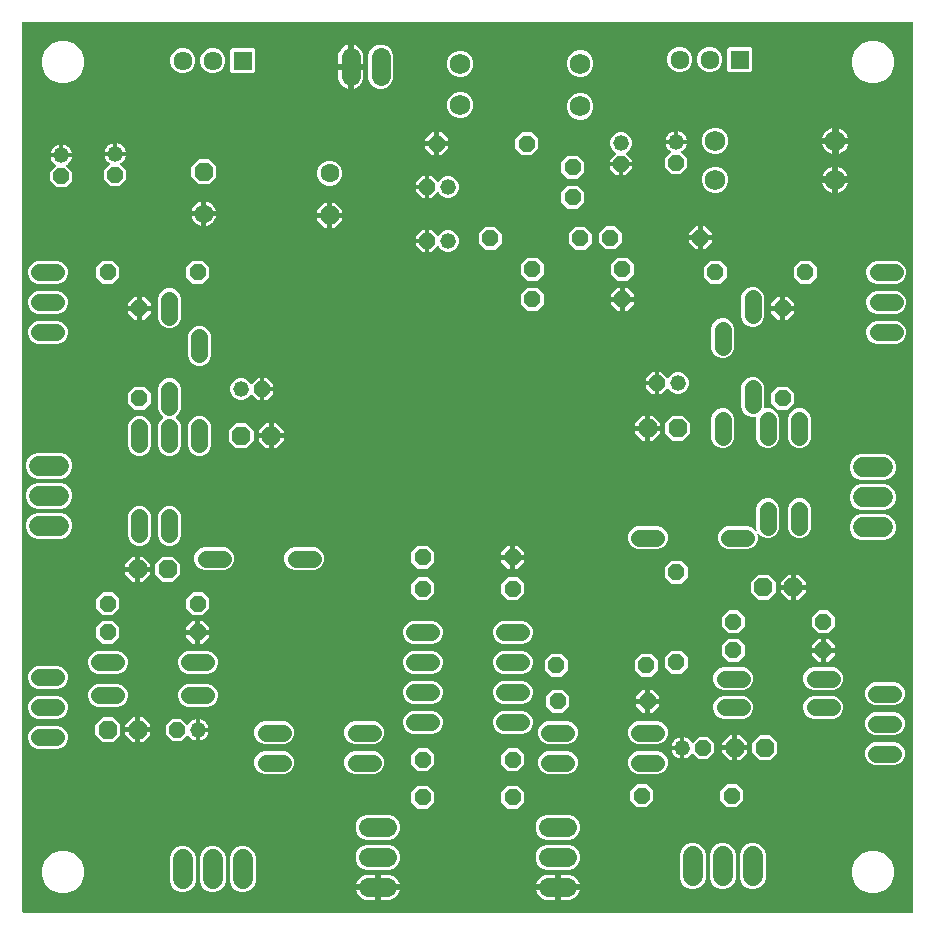
<source format=gbr>
G04 EAGLE Gerber RS-274X export*
G75*
%MOMM*%
%FSLAX34Y34*%
%LPD*%
%INBottom Copper*%
%IPPOS*%
%AMOC8*
5,1,8,0,0,1.08239X$1,22.5*%
G01*
%ADD10C,1.727200*%
%ADD11P,1.539592X8X202.500000*%
%ADD12P,1.539592X8X22.500000*%
%ADD13R,1.609600X1.609600*%
%ADD14C,1.609600*%
%ADD15C,1.625600*%
%ADD16P,1.429621X8X292.500000*%
%ADD17C,1.320800*%
%ADD18P,1.429621X8X202.500000*%
%ADD19P,1.732040X8X112.500000*%
%ADD20C,1.600200*%
%ADD21P,1.732040X8X292.500000*%
%ADD22P,1.539592X8X292.500000*%
%ADD23C,1.422400*%
%ADD24P,1.429621X8X22.500000*%
%ADD25C,1.709600*%
%ADD26P,1.539592X8X112.500000*%
%ADD27P,1.732040X8X202.500000*%
%ADD28P,1.732040X8X22.500000*%

G36*
X757671Y3850D02*
X757671Y3850D01*
X757688Y3860D01*
X757708Y3864D01*
X757797Y3917D01*
X757888Y3966D01*
X757902Y3980D01*
X757919Y3990D01*
X757986Y4069D01*
X758058Y4144D01*
X758066Y4162D01*
X758079Y4177D01*
X758118Y4273D01*
X758161Y4367D01*
X758163Y4387D01*
X758171Y4405D01*
X758189Y4572D01*
X758189Y757428D01*
X758186Y757448D01*
X758188Y757467D01*
X758166Y757569D01*
X758150Y757671D01*
X758140Y757688D01*
X758136Y757708D01*
X758083Y757797D01*
X758034Y757888D01*
X758020Y757902D01*
X758010Y757919D01*
X757931Y757986D01*
X757856Y758058D01*
X757838Y758066D01*
X757823Y758079D01*
X757727Y758118D01*
X757633Y758161D01*
X757613Y758163D01*
X757595Y758171D01*
X757428Y758189D01*
X4572Y758189D01*
X4552Y758186D01*
X4533Y758188D01*
X4431Y758166D01*
X4329Y758150D01*
X4312Y758140D01*
X4292Y758136D01*
X4203Y758083D01*
X4112Y758034D01*
X4098Y758020D01*
X4081Y758010D01*
X4014Y757931D01*
X3942Y757856D01*
X3934Y757838D01*
X3921Y757823D01*
X3882Y757727D01*
X3839Y757633D01*
X3837Y757613D01*
X3829Y757595D01*
X3811Y757428D01*
X3811Y4572D01*
X3814Y4552D01*
X3812Y4533D01*
X3834Y4431D01*
X3850Y4329D01*
X3860Y4312D01*
X3864Y4292D01*
X3917Y4203D01*
X3966Y4112D01*
X3980Y4098D01*
X3990Y4081D01*
X4069Y4014D01*
X4144Y3942D01*
X4162Y3934D01*
X4177Y3921D01*
X4273Y3882D01*
X4367Y3839D01*
X4387Y3837D01*
X4405Y3829D01*
X4572Y3811D01*
X757428Y3811D01*
X757448Y3814D01*
X757467Y3812D01*
X757569Y3834D01*
X757671Y3850D01*
G37*
%LPC*%
G36*
X625012Y327073D02*
X625012Y327073D01*
X625037Y327081D01*
X625063Y327081D01*
X625154Y327115D01*
X625248Y327142D01*
X625269Y327157D01*
X625294Y327166D01*
X625370Y327227D01*
X625450Y327282D01*
X625465Y327303D01*
X625486Y327319D01*
X625539Y327402D01*
X625597Y327479D01*
X625605Y327504D01*
X625619Y327526D01*
X625643Y327621D01*
X625673Y327713D01*
X625673Y327740D01*
X625679Y327765D01*
X625671Y327862D01*
X625671Y327959D01*
X625661Y327991D01*
X625660Y328010D01*
X625647Y328040D01*
X625624Y328120D01*
X625347Y328788D01*
X625347Y346852D01*
X626817Y350400D01*
X629532Y353115D01*
X633080Y354585D01*
X636920Y354585D01*
X640468Y353115D01*
X643183Y350400D01*
X644653Y346852D01*
X644653Y328788D01*
X643183Y325240D01*
X640468Y322525D01*
X636920Y321055D01*
X633080Y321055D01*
X629532Y322525D01*
X627330Y324727D01*
X627251Y324784D01*
X627176Y324846D01*
X627151Y324855D01*
X627130Y324871D01*
X627037Y324899D01*
X626946Y324934D01*
X626920Y324935D01*
X626895Y324943D01*
X626798Y324941D01*
X626700Y324945D01*
X626675Y324937D01*
X626649Y324937D01*
X626558Y324903D01*
X626464Y324876D01*
X626443Y324861D01*
X626418Y324852D01*
X626342Y324791D01*
X626262Y324736D01*
X626247Y324715D01*
X626226Y324699D01*
X626173Y324616D01*
X626115Y324539D01*
X626107Y324514D01*
X626093Y324492D01*
X626069Y324397D01*
X626039Y324305D01*
X626039Y324278D01*
X626033Y324253D01*
X626041Y324156D01*
X626041Y324059D01*
X626051Y324027D01*
X626052Y324008D01*
X626065Y323978D01*
X626088Y323898D01*
X626365Y323230D01*
X626365Y319390D01*
X624895Y315842D01*
X622180Y313127D01*
X618632Y311657D01*
X600568Y311657D01*
X597020Y313127D01*
X594305Y315842D01*
X592835Y319390D01*
X592835Y323230D01*
X594305Y326778D01*
X597020Y329493D01*
X600568Y330963D01*
X618632Y330963D01*
X622180Y329493D01*
X624382Y327291D01*
X624461Y327234D01*
X624536Y327172D01*
X624561Y327163D01*
X624582Y327147D01*
X624675Y327119D01*
X624766Y327084D01*
X624792Y327083D01*
X624817Y327075D01*
X624914Y327077D01*
X625012Y327073D01*
G37*
%LPD*%
%LPC*%
G36*
X633080Y397255D02*
X633080Y397255D01*
X629532Y398725D01*
X626817Y401440D01*
X625347Y404988D01*
X625347Y423086D01*
X625356Y423109D01*
X625358Y423161D01*
X625370Y423211D01*
X625365Y423262D01*
X625369Y423299D01*
X625365Y423319D01*
X625366Y423354D01*
X625352Y423404D01*
X625347Y423456D01*
X625324Y423508D01*
X625317Y423539D01*
X625309Y423554D01*
X625298Y423591D01*
X625268Y423633D01*
X625247Y423681D01*
X625206Y423726D01*
X625191Y423750D01*
X625181Y423759D01*
X625158Y423793D01*
X625116Y423824D01*
X625081Y423862D01*
X625024Y423893D01*
X625004Y423910D01*
X624994Y423914D01*
X624960Y423939D01*
X624911Y423955D01*
X624865Y423981D01*
X624801Y423992D01*
X624776Y424002D01*
X624763Y424004D01*
X624726Y424016D01*
X624674Y424015D01*
X624623Y424024D01*
X624552Y424014D01*
X624480Y424013D01*
X624412Y423993D01*
X624380Y423989D01*
X624368Y423982D01*
X624359Y423981D01*
X624347Y423974D01*
X624319Y423966D01*
X624220Y423925D01*
X620380Y423925D01*
X616832Y425395D01*
X614117Y428110D01*
X612647Y431658D01*
X612647Y449722D01*
X614117Y453270D01*
X616832Y455985D01*
X620380Y457455D01*
X624220Y457455D01*
X627768Y455985D01*
X630483Y453270D01*
X631953Y449722D01*
X631953Y431624D01*
X631944Y431601D01*
X631942Y431549D01*
X631930Y431499D01*
X631937Y431427D01*
X631934Y431356D01*
X631948Y431306D01*
X631953Y431254D01*
X631982Y431188D01*
X632002Y431119D01*
X632032Y431077D01*
X632053Y431029D01*
X632101Y430976D01*
X632142Y430917D01*
X632184Y430886D01*
X632219Y430848D01*
X632282Y430813D01*
X632340Y430771D01*
X632389Y430755D01*
X632435Y430729D01*
X632505Y430717D01*
X632574Y430694D01*
X632626Y430695D01*
X632677Y430686D01*
X632748Y430696D01*
X632820Y430697D01*
X632888Y430717D01*
X632920Y430721D01*
X632941Y430732D01*
X632981Y430744D01*
X633080Y430785D01*
X636920Y430785D01*
X640468Y429315D01*
X643183Y426600D01*
X644653Y423052D01*
X644653Y404988D01*
X643183Y401440D01*
X640468Y398725D01*
X636920Y397255D01*
X633080Y397255D01*
G37*
%LPD*%
%LPC*%
G36*
X126350Y390905D02*
X126350Y390905D01*
X122802Y392375D01*
X120087Y395090D01*
X118617Y398638D01*
X118617Y416702D01*
X120087Y420250D01*
X122844Y423007D01*
X122855Y423023D01*
X122871Y423035D01*
X122927Y423123D01*
X122987Y423206D01*
X122993Y423225D01*
X123004Y423242D01*
X123029Y423343D01*
X123060Y423442D01*
X123059Y423461D01*
X123064Y423481D01*
X123056Y423584D01*
X123053Y423687D01*
X123046Y423706D01*
X123045Y423726D01*
X123004Y423821D01*
X122969Y423918D01*
X122956Y423934D01*
X122949Y423952D01*
X122844Y424083D01*
X120087Y426840D01*
X118617Y430388D01*
X118617Y448452D01*
X120087Y452000D01*
X122802Y454715D01*
X126350Y456185D01*
X130190Y456185D01*
X133738Y454715D01*
X136453Y452000D01*
X137923Y448452D01*
X137923Y430388D01*
X136453Y426840D01*
X133696Y424083D01*
X133685Y424067D01*
X133669Y424055D01*
X133613Y423967D01*
X133553Y423884D01*
X133547Y423865D01*
X133536Y423848D01*
X133511Y423747D01*
X133480Y423648D01*
X133481Y423629D01*
X133476Y423609D01*
X133484Y423506D01*
X133487Y423403D01*
X133494Y423384D01*
X133495Y423364D01*
X133536Y423269D01*
X133571Y423172D01*
X133584Y423156D01*
X133591Y423138D01*
X133696Y423007D01*
X136453Y420250D01*
X137923Y416702D01*
X137923Y398638D01*
X136453Y395090D01*
X133738Y392375D01*
X130190Y390905D01*
X126350Y390905D01*
G37*
%LPD*%
%LPC*%
G36*
X34557Y706089D02*
X34557Y706089D01*
X28011Y708801D01*
X23001Y713811D01*
X20289Y720357D01*
X20289Y727443D01*
X23001Y733989D01*
X28011Y738999D01*
X34557Y741711D01*
X41643Y741711D01*
X48189Y738999D01*
X53199Y733989D01*
X55911Y727443D01*
X55911Y720357D01*
X53199Y713811D01*
X48189Y708801D01*
X41643Y706089D01*
X34557Y706089D01*
G37*
%LPD*%
%LPC*%
G36*
X720357Y706089D02*
X720357Y706089D01*
X713811Y708801D01*
X708801Y713811D01*
X706089Y720357D01*
X706089Y727443D01*
X708801Y733989D01*
X713811Y738999D01*
X720357Y741711D01*
X727443Y741711D01*
X733989Y738999D01*
X738999Y733989D01*
X741711Y727443D01*
X741711Y720357D01*
X738999Y713811D01*
X733989Y708801D01*
X727443Y706089D01*
X720357Y706089D01*
G37*
%LPD*%
%LPC*%
G36*
X34557Y20289D02*
X34557Y20289D01*
X28011Y23001D01*
X23001Y28011D01*
X20289Y34557D01*
X20289Y41643D01*
X23001Y48189D01*
X28011Y53199D01*
X34557Y55911D01*
X41643Y55911D01*
X48189Y53199D01*
X53199Y48189D01*
X55911Y41643D01*
X55911Y34557D01*
X53199Y28011D01*
X48189Y23001D01*
X41643Y20289D01*
X34557Y20289D01*
G37*
%LPD*%
%LPC*%
G36*
X720357Y20289D02*
X720357Y20289D01*
X713811Y23001D01*
X708801Y28011D01*
X706089Y34557D01*
X706089Y41643D01*
X708801Y48189D01*
X713811Y53199D01*
X720357Y55911D01*
X727443Y55911D01*
X733989Y53199D01*
X738999Y48189D01*
X741711Y41643D01*
X741711Y34557D01*
X738999Y28011D01*
X733989Y23001D01*
X727443Y20289D01*
X720357Y20289D01*
G37*
%LPD*%
%LPC*%
G36*
X188294Y21003D02*
X188294Y21003D01*
X184219Y22691D01*
X181099Y25811D01*
X179411Y29886D01*
X179411Y51394D01*
X181099Y55469D01*
X184219Y58589D01*
X188294Y60277D01*
X192706Y60277D01*
X196781Y58589D01*
X199901Y55469D01*
X201589Y51394D01*
X201589Y29886D01*
X199901Y25811D01*
X196781Y22691D01*
X192706Y21003D01*
X188294Y21003D01*
G37*
%LPD*%
%LPC*%
G36*
X15916Y345781D02*
X15916Y345781D01*
X11841Y347469D01*
X8721Y350589D01*
X7033Y354664D01*
X7033Y359076D01*
X8721Y363151D01*
X11841Y366271D01*
X15916Y367959D01*
X37424Y367959D01*
X41499Y366271D01*
X44619Y363151D01*
X46307Y359076D01*
X46307Y354664D01*
X44619Y350589D01*
X41499Y347469D01*
X37424Y345781D01*
X15916Y345781D01*
G37*
%LPD*%
%LPC*%
G36*
X713146Y344511D02*
X713146Y344511D01*
X709071Y346199D01*
X705951Y349319D01*
X704263Y353394D01*
X704263Y357806D01*
X705951Y361881D01*
X709071Y365001D01*
X713146Y366689D01*
X734654Y366689D01*
X738729Y365001D01*
X741849Y361881D01*
X743537Y357806D01*
X743537Y353394D01*
X741849Y349319D01*
X738729Y346199D01*
X734654Y344511D01*
X713146Y344511D01*
G37*
%LPD*%
%LPC*%
G36*
X713146Y319111D02*
X713146Y319111D01*
X709071Y320799D01*
X705951Y323919D01*
X704263Y327994D01*
X704263Y332406D01*
X705951Y336481D01*
X709071Y339601D01*
X713146Y341289D01*
X734654Y341289D01*
X738729Y339601D01*
X741849Y336481D01*
X743537Y332406D01*
X743537Y327994D01*
X741849Y323919D01*
X738729Y320799D01*
X734654Y319111D01*
X713146Y319111D01*
G37*
%LPD*%
%LPC*%
G36*
X15916Y320381D02*
X15916Y320381D01*
X11841Y322069D01*
X8721Y325189D01*
X7033Y329264D01*
X7033Y333676D01*
X8721Y337751D01*
X11841Y340871D01*
X15916Y342559D01*
X37424Y342559D01*
X41499Y340871D01*
X44619Y337751D01*
X46307Y333676D01*
X46307Y329264D01*
X44619Y325189D01*
X41499Y322069D01*
X37424Y320381D01*
X15916Y320381D01*
G37*
%LPD*%
%LPC*%
G36*
X620094Y23543D02*
X620094Y23543D01*
X616019Y25231D01*
X612899Y28351D01*
X611211Y32426D01*
X611211Y53934D01*
X612899Y58009D01*
X616019Y61129D01*
X620094Y62817D01*
X624506Y62817D01*
X628581Y61129D01*
X631701Y58009D01*
X633389Y53934D01*
X633389Y32426D01*
X631701Y28351D01*
X628581Y25231D01*
X624506Y23543D01*
X620094Y23543D01*
G37*
%LPD*%
%LPC*%
G36*
X594694Y23543D02*
X594694Y23543D01*
X590619Y25231D01*
X587499Y28351D01*
X585811Y32426D01*
X585811Y53934D01*
X587499Y58009D01*
X590619Y61129D01*
X594694Y62817D01*
X599106Y62817D01*
X603181Y61129D01*
X606301Y58009D01*
X607989Y53934D01*
X607989Y32426D01*
X606301Y28351D01*
X603181Y25231D01*
X599106Y23543D01*
X594694Y23543D01*
G37*
%LPD*%
%LPC*%
G36*
X15916Y371181D02*
X15916Y371181D01*
X11841Y372869D01*
X8721Y375989D01*
X7033Y380064D01*
X7033Y384476D01*
X8721Y388551D01*
X11841Y391671D01*
X15916Y393359D01*
X37424Y393359D01*
X41499Y391671D01*
X44619Y388551D01*
X46307Y384476D01*
X46307Y380064D01*
X44619Y375989D01*
X41499Y372869D01*
X37424Y371181D01*
X15916Y371181D01*
G37*
%LPD*%
%LPC*%
G36*
X569294Y23543D02*
X569294Y23543D01*
X565219Y25231D01*
X562099Y28351D01*
X560411Y32426D01*
X560411Y53934D01*
X562099Y58009D01*
X565219Y61129D01*
X569294Y62817D01*
X573706Y62817D01*
X577781Y61129D01*
X580901Y58009D01*
X582589Y53934D01*
X582589Y32426D01*
X580901Y28351D01*
X577781Y25231D01*
X573706Y23543D01*
X569294Y23543D01*
G37*
%LPD*%
%LPC*%
G36*
X137494Y21003D02*
X137494Y21003D01*
X133419Y22691D01*
X130299Y25811D01*
X128611Y29886D01*
X128611Y51394D01*
X130299Y55469D01*
X133419Y58589D01*
X137494Y60277D01*
X141906Y60277D01*
X145981Y58589D01*
X149101Y55469D01*
X150789Y51394D01*
X150789Y29886D01*
X149101Y25811D01*
X145981Y22691D01*
X141906Y21003D01*
X137494Y21003D01*
G37*
%LPD*%
%LPC*%
G36*
X162894Y21003D02*
X162894Y21003D01*
X158819Y22691D01*
X155699Y25811D01*
X154011Y29886D01*
X154011Y51394D01*
X155699Y55469D01*
X158819Y58589D01*
X162894Y60277D01*
X167306Y60277D01*
X171381Y58589D01*
X174501Y55469D01*
X176189Y51394D01*
X176189Y29886D01*
X174501Y25811D01*
X171381Y22691D01*
X167306Y21003D01*
X162894Y21003D01*
G37*
%LPD*%
%LPC*%
G36*
X713146Y369911D02*
X713146Y369911D01*
X709071Y371599D01*
X705951Y374719D01*
X704263Y378794D01*
X704263Y383206D01*
X705951Y387281D01*
X709071Y390401D01*
X713146Y392089D01*
X734654Y392089D01*
X738729Y390401D01*
X741849Y387281D01*
X743537Y383206D01*
X743537Y378794D01*
X741849Y374719D01*
X738729Y371599D01*
X734654Y369911D01*
X713146Y369911D01*
G37*
%LPD*%
%LPC*%
G36*
X305218Y701293D02*
X305218Y701293D01*
X301297Y702917D01*
X298295Y705919D01*
X296671Y709840D01*
X296671Y730340D01*
X298295Y734261D01*
X301297Y737263D01*
X305218Y738887D01*
X309462Y738887D01*
X313383Y737263D01*
X316385Y734261D01*
X318009Y730340D01*
X318009Y709840D01*
X316385Y705919D01*
X313383Y702917D01*
X309462Y701293D01*
X305218Y701293D01*
G37*
%LPD*%
%LPC*%
G36*
X294550Y65531D02*
X294550Y65531D01*
X290629Y67155D01*
X287627Y70157D01*
X286003Y74078D01*
X286003Y78322D01*
X287627Y82243D01*
X290629Y85245D01*
X294550Y86869D01*
X315050Y86869D01*
X318971Y85245D01*
X321973Y82243D01*
X323597Y78322D01*
X323597Y74078D01*
X321973Y70157D01*
X318971Y67155D01*
X315050Y65531D01*
X294550Y65531D01*
G37*
%LPD*%
%LPC*%
G36*
X446950Y40131D02*
X446950Y40131D01*
X443029Y41755D01*
X440027Y44757D01*
X438403Y48678D01*
X438403Y52922D01*
X440027Y56843D01*
X443029Y59845D01*
X446950Y61469D01*
X467450Y61469D01*
X471371Y59845D01*
X474373Y56843D01*
X475997Y52922D01*
X475997Y48678D01*
X474373Y44757D01*
X471371Y41755D01*
X467450Y40131D01*
X446950Y40131D01*
G37*
%LPD*%
%LPC*%
G36*
X294550Y40131D02*
X294550Y40131D01*
X290629Y41755D01*
X287627Y44757D01*
X286003Y48678D01*
X286003Y52922D01*
X287627Y56843D01*
X290629Y59845D01*
X294550Y61469D01*
X315050Y61469D01*
X318971Y59845D01*
X321973Y56843D01*
X323597Y52922D01*
X323597Y48678D01*
X321973Y44757D01*
X318971Y41755D01*
X315050Y40131D01*
X294550Y40131D01*
G37*
%LPD*%
%LPC*%
G36*
X446950Y65531D02*
X446950Y65531D01*
X443029Y67155D01*
X440027Y70157D01*
X438403Y74078D01*
X438403Y78322D01*
X440027Y82243D01*
X443029Y85245D01*
X446950Y86869D01*
X467450Y86869D01*
X471371Y85245D01*
X474373Y82243D01*
X475997Y78322D01*
X475997Y74078D01*
X474373Y70157D01*
X471371Y67155D01*
X467450Y65531D01*
X446950Y65531D01*
G37*
%LPD*%
%LPC*%
G36*
X67168Y178307D02*
X67168Y178307D01*
X63620Y179777D01*
X60905Y182492D01*
X59435Y186040D01*
X59435Y189880D01*
X60905Y193428D01*
X63620Y196143D01*
X67168Y197613D01*
X85232Y197613D01*
X88780Y196143D01*
X91495Y193428D01*
X92965Y189880D01*
X92965Y186040D01*
X91495Y182492D01*
X88780Y179777D01*
X85232Y178307D01*
X67168Y178307D01*
G37*
%LPD*%
%LPC*%
G36*
X151750Y390905D02*
X151750Y390905D01*
X148202Y392375D01*
X145487Y395090D01*
X144017Y398638D01*
X144017Y416702D01*
X145487Y420250D01*
X148202Y422965D01*
X151750Y424435D01*
X155590Y424435D01*
X159138Y422965D01*
X161853Y420250D01*
X163323Y416702D01*
X163323Y398638D01*
X161853Y395090D01*
X159138Y392375D01*
X155590Y390905D01*
X151750Y390905D01*
G37*
%LPD*%
%LPC*%
G36*
X524368Y146557D02*
X524368Y146557D01*
X520820Y148027D01*
X518105Y150742D01*
X516635Y154290D01*
X516635Y158130D01*
X518105Y161678D01*
X520820Y164393D01*
X524368Y165863D01*
X542432Y165863D01*
X545980Y164393D01*
X548695Y161678D01*
X550165Y158130D01*
X550165Y154290D01*
X548695Y150742D01*
X545980Y148027D01*
X542432Y146557D01*
X524368Y146557D01*
G37*
%LPD*%
%LPC*%
G36*
X333868Y231647D02*
X333868Y231647D01*
X330320Y233117D01*
X327605Y235832D01*
X326135Y239380D01*
X326135Y243220D01*
X327605Y246768D01*
X330320Y249483D01*
X333868Y250953D01*
X351932Y250953D01*
X355480Y249483D01*
X358195Y246768D01*
X359665Y243220D01*
X359665Y239380D01*
X358195Y235832D01*
X355480Y233117D01*
X351932Y231647D01*
X333868Y231647D01*
G37*
%LPD*%
%LPC*%
G36*
X16368Y142747D02*
X16368Y142747D01*
X12820Y144217D01*
X10105Y146932D01*
X8635Y150480D01*
X8635Y154320D01*
X10105Y157868D01*
X12820Y160583D01*
X16368Y162053D01*
X34432Y162053D01*
X37980Y160583D01*
X40695Y157868D01*
X42165Y154320D01*
X42165Y150480D01*
X40695Y146932D01*
X37980Y144217D01*
X34432Y142747D01*
X16368Y142747D01*
G37*
%LPD*%
%LPC*%
G36*
X208138Y146557D02*
X208138Y146557D01*
X204590Y148027D01*
X201875Y150742D01*
X200405Y154290D01*
X200405Y158130D01*
X201875Y161678D01*
X204590Y164393D01*
X208138Y165863D01*
X226202Y165863D01*
X229750Y164393D01*
X232465Y161678D01*
X233935Y158130D01*
X233935Y154290D01*
X232465Y150742D01*
X229750Y148027D01*
X226202Y146557D01*
X208138Y146557D01*
G37*
%LPD*%
%LPC*%
G36*
X524368Y311657D02*
X524368Y311657D01*
X520820Y313127D01*
X518105Y315842D01*
X516635Y319390D01*
X516635Y323230D01*
X518105Y326778D01*
X520820Y329493D01*
X524368Y330963D01*
X542432Y330963D01*
X545980Y329493D01*
X548695Y326778D01*
X550165Y323230D01*
X550165Y319390D01*
X548695Y315842D01*
X545980Y313127D01*
X542432Y311657D01*
X524368Y311657D01*
G37*
%LPD*%
%LPC*%
G36*
X596758Y168147D02*
X596758Y168147D01*
X593210Y169617D01*
X590495Y172332D01*
X589025Y175880D01*
X589025Y179720D01*
X590495Y183268D01*
X593210Y185983D01*
X596758Y187453D01*
X614822Y187453D01*
X618370Y185983D01*
X621085Y183268D01*
X622555Y179720D01*
X622555Y175880D01*
X621085Y172332D01*
X618370Y169617D01*
X614822Y168147D01*
X596758Y168147D01*
G37*
%LPD*%
%LPC*%
G36*
X659750Y397255D02*
X659750Y397255D01*
X656202Y398725D01*
X653487Y401440D01*
X652017Y404988D01*
X652017Y423052D01*
X653487Y426600D01*
X656202Y429315D01*
X659750Y430785D01*
X663590Y430785D01*
X667138Y429315D01*
X669853Y426600D01*
X671323Y423052D01*
X671323Y404988D01*
X669853Y401440D01*
X667138Y398725D01*
X663590Y397255D01*
X659750Y397255D01*
G37*
%LPD*%
%LPC*%
G36*
X208138Y121157D02*
X208138Y121157D01*
X204590Y122627D01*
X201875Y125342D01*
X200405Y128890D01*
X200405Y132730D01*
X201875Y136278D01*
X204590Y138993D01*
X208138Y140463D01*
X226202Y140463D01*
X229750Y138993D01*
X232465Y136278D01*
X233935Y132730D01*
X233935Y128890D01*
X232465Y125342D01*
X229750Y122627D01*
X226202Y121157D01*
X208138Y121157D01*
G37*
%LPD*%
%LPC*%
G36*
X284338Y121157D02*
X284338Y121157D01*
X280790Y122627D01*
X278075Y125342D01*
X276605Y128890D01*
X276605Y132730D01*
X278075Y136278D01*
X280790Y138993D01*
X284338Y140463D01*
X302402Y140463D01*
X305950Y138993D01*
X308665Y136278D01*
X310135Y132730D01*
X310135Y128890D01*
X308665Y125342D01*
X305950Y122627D01*
X302402Y121157D01*
X284338Y121157D01*
G37*
%LPD*%
%LPC*%
G36*
X672958Y168147D02*
X672958Y168147D01*
X669410Y169617D01*
X666695Y172332D01*
X665225Y175880D01*
X665225Y179720D01*
X666695Y183268D01*
X669410Y185983D01*
X672958Y187453D01*
X691022Y187453D01*
X694570Y185983D01*
X697285Y183268D01*
X698755Y179720D01*
X698755Y175880D01*
X697285Y172332D01*
X694570Y169617D01*
X691022Y168147D01*
X672958Y168147D01*
G37*
%LPD*%
%LPC*%
G36*
X594980Y397255D02*
X594980Y397255D01*
X591432Y398725D01*
X588717Y401440D01*
X587247Y404988D01*
X587247Y423052D01*
X588717Y426600D01*
X591432Y429315D01*
X594980Y430785D01*
X598820Y430785D01*
X602368Y429315D01*
X605083Y426600D01*
X606553Y423052D01*
X606553Y404988D01*
X605083Y401440D01*
X602368Y398725D01*
X598820Y397255D01*
X594980Y397255D01*
G37*
%LPD*%
%LPC*%
G36*
X16368Y168147D02*
X16368Y168147D01*
X12820Y169617D01*
X10105Y172332D01*
X8635Y175880D01*
X8635Y179720D01*
X10105Y183268D01*
X12820Y185983D01*
X16368Y187453D01*
X34432Y187453D01*
X37980Y185983D01*
X40695Y183268D01*
X42165Y179720D01*
X42165Y175880D01*
X40695Y172332D01*
X37980Y169617D01*
X34432Y168147D01*
X16368Y168147D01*
G37*
%LPD*%
%LPC*%
G36*
X448168Y146557D02*
X448168Y146557D01*
X444620Y148027D01*
X441905Y150742D01*
X440435Y154290D01*
X440435Y158130D01*
X441905Y161678D01*
X444620Y164393D01*
X448168Y165863D01*
X466232Y165863D01*
X469780Y164393D01*
X472495Y161678D01*
X473965Y158130D01*
X473965Y154290D01*
X472495Y150742D01*
X469780Y148027D01*
X466232Y146557D01*
X448168Y146557D01*
G37*
%LPD*%
%LPC*%
G36*
X333868Y155447D02*
X333868Y155447D01*
X330320Y156917D01*
X327605Y159632D01*
X326135Y163180D01*
X326135Y167020D01*
X327605Y170568D01*
X330320Y173283D01*
X333868Y174753D01*
X351932Y174753D01*
X355480Y173283D01*
X358195Y170568D01*
X359665Y167020D01*
X359665Y163180D01*
X358195Y159632D01*
X355480Y156917D01*
X351932Y155447D01*
X333868Y155447D01*
G37*
%LPD*%
%LPC*%
G36*
X448168Y121157D02*
X448168Y121157D01*
X444620Y122627D01*
X441905Y125342D01*
X440435Y128890D01*
X440435Y132730D01*
X441905Y136278D01*
X444620Y138993D01*
X448168Y140463D01*
X466232Y140463D01*
X469780Y138993D01*
X472495Y136278D01*
X473965Y132730D01*
X473965Y128890D01*
X472495Y125342D01*
X469780Y122627D01*
X466232Y121157D01*
X448168Y121157D01*
G37*
%LPD*%
%LPC*%
G36*
X524368Y121157D02*
X524368Y121157D01*
X520820Y122627D01*
X518105Y125342D01*
X516635Y128890D01*
X516635Y132730D01*
X518105Y136278D01*
X520820Y138993D01*
X524368Y140463D01*
X542432Y140463D01*
X545980Y138993D01*
X548695Y136278D01*
X550165Y132730D01*
X550165Y128890D01*
X548695Y125342D01*
X545980Y122627D01*
X542432Y121157D01*
X524368Y121157D01*
G37*
%LPD*%
%LPC*%
G36*
X284338Y146557D02*
X284338Y146557D01*
X280790Y148027D01*
X278075Y150742D01*
X276605Y154290D01*
X276605Y158130D01*
X278075Y161678D01*
X280790Y164393D01*
X284338Y165863D01*
X302402Y165863D01*
X305950Y164393D01*
X308665Y161678D01*
X310135Y158130D01*
X310135Y154290D01*
X308665Y150742D01*
X305950Y148027D01*
X302402Y146557D01*
X284338Y146557D01*
G37*
%LPD*%
%LPC*%
G36*
X725028Y128777D02*
X725028Y128777D01*
X721480Y130247D01*
X718765Y132962D01*
X717295Y136510D01*
X717295Y140350D01*
X718765Y143898D01*
X721480Y146613D01*
X725028Y148083D01*
X743092Y148083D01*
X746640Y146613D01*
X749355Y143898D01*
X750825Y140350D01*
X750825Y136510D01*
X749355Y132962D01*
X746640Y130247D01*
X743092Y128777D01*
X725028Y128777D01*
G37*
%LPD*%
%LPC*%
G36*
X410068Y155447D02*
X410068Y155447D01*
X406520Y156917D01*
X403805Y159632D01*
X402335Y163180D01*
X402335Y167020D01*
X403805Y170568D01*
X406520Y173283D01*
X410068Y174753D01*
X428132Y174753D01*
X431680Y173283D01*
X434395Y170568D01*
X435865Y167020D01*
X435865Y163180D01*
X434395Y159632D01*
X431680Y156917D01*
X428132Y155447D01*
X410068Y155447D01*
G37*
%LPD*%
%LPC*%
G36*
X725028Y154177D02*
X725028Y154177D01*
X721480Y155647D01*
X718765Y158362D01*
X717295Y161910D01*
X717295Y165750D01*
X718765Y169298D01*
X721480Y172013D01*
X725028Y173483D01*
X743092Y173483D01*
X746640Y172013D01*
X749355Y169298D01*
X750825Y165750D01*
X750825Y161910D01*
X749355Y158362D01*
X746640Y155647D01*
X743092Y154177D01*
X725028Y154177D01*
G37*
%LPD*%
%LPC*%
G36*
X333868Y180847D02*
X333868Y180847D01*
X330320Y182317D01*
X327605Y185032D01*
X326135Y188580D01*
X326135Y192420D01*
X327605Y195968D01*
X330320Y198683D01*
X333868Y200153D01*
X351932Y200153D01*
X355480Y198683D01*
X358195Y195968D01*
X359665Y192420D01*
X359665Y188580D01*
X358195Y185032D01*
X355480Y182317D01*
X351932Y180847D01*
X333868Y180847D01*
G37*
%LPD*%
%LPC*%
G36*
X100950Y390905D02*
X100950Y390905D01*
X97402Y392375D01*
X94687Y395090D01*
X93217Y398638D01*
X93217Y416702D01*
X94687Y420250D01*
X97402Y422965D01*
X100950Y424435D01*
X104790Y424435D01*
X108338Y422965D01*
X111053Y420250D01*
X112523Y416702D01*
X112523Y398638D01*
X111053Y395090D01*
X108338Y392375D01*
X104790Y390905D01*
X100950Y390905D01*
G37*
%LPD*%
%LPC*%
G36*
X126350Y314705D02*
X126350Y314705D01*
X122802Y316175D01*
X120087Y318890D01*
X118617Y322438D01*
X118617Y340502D01*
X120087Y344050D01*
X122802Y346765D01*
X126350Y348235D01*
X130190Y348235D01*
X133738Y346765D01*
X136453Y344050D01*
X137923Y340502D01*
X137923Y322438D01*
X136453Y318890D01*
X133738Y316175D01*
X130190Y314705D01*
X126350Y314705D01*
G37*
%LPD*%
%LPC*%
G36*
X16368Y536447D02*
X16368Y536447D01*
X12820Y537917D01*
X10105Y540632D01*
X8635Y544180D01*
X8635Y548020D01*
X10105Y551568D01*
X12820Y554283D01*
X16368Y555753D01*
X34432Y555753D01*
X37980Y554283D01*
X40695Y551568D01*
X42165Y548020D01*
X42165Y544180D01*
X40695Y540632D01*
X37980Y537917D01*
X34432Y536447D01*
X16368Y536447D01*
G37*
%LPD*%
%LPC*%
G36*
X100950Y314705D02*
X100950Y314705D01*
X97402Y316175D01*
X94687Y318890D01*
X93217Y322438D01*
X93217Y340502D01*
X94687Y344050D01*
X97402Y346765D01*
X100950Y348235D01*
X104790Y348235D01*
X108338Y346765D01*
X111053Y344050D01*
X112523Y340502D01*
X112523Y322438D01*
X111053Y318890D01*
X108338Y316175D01*
X104790Y314705D01*
X100950Y314705D01*
G37*
%LPD*%
%LPC*%
G36*
X659750Y321055D02*
X659750Y321055D01*
X656202Y322525D01*
X653487Y325240D01*
X652017Y328788D01*
X652017Y346852D01*
X653487Y350400D01*
X656202Y353115D01*
X659750Y354585D01*
X663590Y354585D01*
X667138Y353115D01*
X669853Y350400D01*
X671323Y346852D01*
X671323Y328788D01*
X669853Y325240D01*
X667138Y322525D01*
X663590Y321055D01*
X659750Y321055D01*
G37*
%LPD*%
%LPC*%
G36*
X726298Y536447D02*
X726298Y536447D01*
X722750Y537917D01*
X720035Y540632D01*
X718565Y544180D01*
X718565Y548020D01*
X720035Y551568D01*
X722750Y554283D01*
X726298Y555753D01*
X744362Y555753D01*
X747910Y554283D01*
X750625Y551568D01*
X752095Y548020D01*
X752095Y544180D01*
X750625Y540632D01*
X747910Y537917D01*
X744362Y536447D01*
X726298Y536447D01*
G37*
%LPD*%
%LPC*%
G36*
X620380Y500125D02*
X620380Y500125D01*
X616832Y501595D01*
X614117Y504310D01*
X612647Y507858D01*
X612647Y525922D01*
X614117Y529470D01*
X616832Y532185D01*
X620380Y533655D01*
X624220Y533655D01*
X627768Y532185D01*
X630483Y529470D01*
X631953Y525922D01*
X631953Y507858D01*
X630483Y504310D01*
X627768Y501595D01*
X624220Y500125D01*
X620380Y500125D01*
G37*
%LPD*%
%LPC*%
G36*
X410068Y180847D02*
X410068Y180847D01*
X406520Y182317D01*
X403805Y185032D01*
X402335Y188580D01*
X402335Y192420D01*
X403805Y195968D01*
X406520Y198683D01*
X410068Y200153D01*
X428132Y200153D01*
X431680Y198683D01*
X434395Y195968D01*
X435865Y192420D01*
X435865Y188580D01*
X434395Y185032D01*
X431680Y182317D01*
X428132Y180847D01*
X410068Y180847D01*
G37*
%LPD*%
%LPC*%
G36*
X672958Y192277D02*
X672958Y192277D01*
X669410Y193747D01*
X666695Y196462D01*
X665225Y200010D01*
X665225Y203850D01*
X666695Y207398D01*
X669410Y210113D01*
X672958Y211583D01*
X691022Y211583D01*
X694570Y210113D01*
X697285Y207398D01*
X698755Y203850D01*
X698755Y200010D01*
X697285Y196462D01*
X694570Y193747D01*
X691022Y192277D01*
X672958Y192277D01*
G37*
%LPD*%
%LPC*%
G36*
X126350Y498855D02*
X126350Y498855D01*
X122802Y500325D01*
X120087Y503040D01*
X118617Y506588D01*
X118617Y524652D01*
X120087Y528200D01*
X122802Y530915D01*
X126350Y532385D01*
X130190Y532385D01*
X133738Y530915D01*
X136453Y528200D01*
X137923Y524652D01*
X137923Y506588D01*
X136453Y503040D01*
X133738Y500325D01*
X130190Y498855D01*
X126350Y498855D01*
G37*
%LPD*%
%LPC*%
G36*
X16368Y511047D02*
X16368Y511047D01*
X12820Y512517D01*
X10105Y515232D01*
X8635Y518780D01*
X8635Y522620D01*
X10105Y526168D01*
X12820Y528883D01*
X16368Y530353D01*
X34432Y530353D01*
X37980Y528883D01*
X40695Y526168D01*
X42165Y522620D01*
X42165Y518780D01*
X40695Y515232D01*
X37980Y512517D01*
X34432Y511047D01*
X16368Y511047D01*
G37*
%LPD*%
%LPC*%
G36*
X726298Y511047D02*
X726298Y511047D01*
X722750Y512517D01*
X720035Y515232D01*
X718565Y518780D01*
X718565Y522620D01*
X720035Y526168D01*
X722750Y528883D01*
X726298Y530353D01*
X744362Y530353D01*
X747910Y528883D01*
X750625Y526168D01*
X752095Y522620D01*
X752095Y518780D01*
X750625Y515232D01*
X747910Y512517D01*
X744362Y511047D01*
X726298Y511047D01*
G37*
%LPD*%
%LPC*%
G36*
X596758Y192277D02*
X596758Y192277D01*
X593210Y193747D01*
X590495Y196462D01*
X589025Y200010D01*
X589025Y203850D01*
X590495Y207398D01*
X593210Y210113D01*
X596758Y211583D01*
X614822Y211583D01*
X618370Y210113D01*
X621085Y207398D01*
X622555Y203850D01*
X622555Y200010D01*
X621085Y196462D01*
X618370Y193747D01*
X614822Y192277D01*
X596758Y192277D01*
G37*
%LPD*%
%LPC*%
G36*
X16368Y193547D02*
X16368Y193547D01*
X12820Y195017D01*
X10105Y197732D01*
X8635Y201280D01*
X8635Y205120D01*
X10105Y208668D01*
X12820Y211383D01*
X16368Y212853D01*
X34432Y212853D01*
X37980Y211383D01*
X40695Y208668D01*
X42165Y205120D01*
X42165Y201280D01*
X40695Y197732D01*
X37980Y195017D01*
X34432Y193547D01*
X16368Y193547D01*
G37*
%LPD*%
%LPC*%
G36*
X67168Y206247D02*
X67168Y206247D01*
X63620Y207717D01*
X60905Y210432D01*
X59435Y213980D01*
X59435Y217820D01*
X60905Y221368D01*
X63620Y224083D01*
X67168Y225553D01*
X85232Y225553D01*
X88780Y224083D01*
X91495Y221368D01*
X92965Y217820D01*
X92965Y213980D01*
X91495Y210432D01*
X88780Y207717D01*
X85232Y206247D01*
X67168Y206247D01*
G37*
%LPD*%
%LPC*%
G36*
X333868Y206247D02*
X333868Y206247D01*
X330320Y207717D01*
X327605Y210432D01*
X326135Y213980D01*
X326135Y217820D01*
X327605Y221368D01*
X330320Y224083D01*
X333868Y225553D01*
X351932Y225553D01*
X355480Y224083D01*
X358195Y221368D01*
X359665Y217820D01*
X359665Y213980D01*
X358195Y210432D01*
X355480Y207717D01*
X351932Y206247D01*
X333868Y206247D01*
G37*
%LPD*%
%LPC*%
G36*
X410068Y206247D02*
X410068Y206247D01*
X406520Y207717D01*
X403805Y210432D01*
X402335Y213980D01*
X402335Y217820D01*
X403805Y221368D01*
X406520Y224083D01*
X410068Y225553D01*
X428132Y225553D01*
X431680Y224083D01*
X434395Y221368D01*
X435865Y217820D01*
X435865Y213980D01*
X434395Y210432D01*
X431680Y207717D01*
X428132Y206247D01*
X410068Y206247D01*
G37*
%LPD*%
%LPC*%
G36*
X143368Y206247D02*
X143368Y206247D01*
X139820Y207717D01*
X137105Y210432D01*
X135635Y213980D01*
X135635Y217820D01*
X137105Y221368D01*
X139820Y224083D01*
X143368Y225553D01*
X161432Y225553D01*
X164980Y224083D01*
X167695Y221368D01*
X169165Y217820D01*
X169165Y213980D01*
X167695Y210432D01*
X164980Y207717D01*
X161432Y206247D01*
X143368Y206247D01*
G37*
%LPD*%
%LPC*%
G36*
X410068Y231647D02*
X410068Y231647D01*
X406520Y233117D01*
X403805Y235832D01*
X402335Y239380D01*
X402335Y243220D01*
X403805Y246768D01*
X406520Y249483D01*
X410068Y250953D01*
X428132Y250953D01*
X431680Y249483D01*
X434395Y246768D01*
X435865Y243220D01*
X435865Y239380D01*
X434395Y235832D01*
X431680Y233117D01*
X428132Y231647D01*
X410068Y231647D01*
G37*
%LPD*%
%LPC*%
G36*
X233538Y293877D02*
X233538Y293877D01*
X229990Y295347D01*
X227275Y298062D01*
X225805Y301610D01*
X225805Y305450D01*
X227275Y308998D01*
X229990Y311713D01*
X233538Y313183D01*
X251602Y313183D01*
X255150Y311713D01*
X257865Y308998D01*
X259335Y305450D01*
X259335Y301610D01*
X257865Y298062D01*
X255150Y295347D01*
X251602Y293877D01*
X233538Y293877D01*
G37*
%LPD*%
%LPC*%
G36*
X594980Y473455D02*
X594980Y473455D01*
X591432Y474925D01*
X588717Y477640D01*
X587247Y481188D01*
X587247Y499252D01*
X588717Y502800D01*
X591432Y505515D01*
X594980Y506985D01*
X598820Y506985D01*
X602368Y505515D01*
X605083Y502800D01*
X606553Y499252D01*
X606553Y481188D01*
X605083Y477640D01*
X602368Y474925D01*
X598820Y473455D01*
X594980Y473455D01*
G37*
%LPD*%
%LPC*%
G36*
X726298Y485647D02*
X726298Y485647D01*
X722750Y487117D01*
X720035Y489832D01*
X718565Y493380D01*
X718565Y497220D01*
X720035Y500768D01*
X722750Y503483D01*
X726298Y504953D01*
X744362Y504953D01*
X747910Y503483D01*
X750625Y500768D01*
X752095Y497220D01*
X752095Y493380D01*
X750625Y489832D01*
X747910Y487117D01*
X744362Y485647D01*
X726298Y485647D01*
G37*
%LPD*%
%LPC*%
G36*
X16368Y485647D02*
X16368Y485647D01*
X12820Y487117D01*
X10105Y489832D01*
X8635Y493380D01*
X8635Y497220D01*
X10105Y500768D01*
X12820Y503483D01*
X16368Y504953D01*
X34432Y504953D01*
X37980Y503483D01*
X40695Y500768D01*
X42165Y497220D01*
X42165Y493380D01*
X40695Y489832D01*
X37980Y487117D01*
X34432Y485647D01*
X16368Y485647D01*
G37*
%LPD*%
%LPC*%
G36*
X151750Y467105D02*
X151750Y467105D01*
X148202Y468575D01*
X145487Y471290D01*
X144017Y474838D01*
X144017Y492902D01*
X145487Y496450D01*
X148202Y499165D01*
X151750Y500635D01*
X155590Y500635D01*
X159138Y499165D01*
X161853Y496450D01*
X163323Y492902D01*
X163323Y474838D01*
X161853Y471290D01*
X159138Y468575D01*
X155590Y467105D01*
X151750Y467105D01*
G37*
%LPD*%
%LPC*%
G36*
X725028Y179577D02*
X725028Y179577D01*
X721480Y181047D01*
X718765Y183762D01*
X717295Y187310D01*
X717295Y191150D01*
X718765Y194698D01*
X721480Y197413D01*
X725028Y198883D01*
X743092Y198883D01*
X746640Y197413D01*
X749355Y194698D01*
X750825Y191150D01*
X750825Y187310D01*
X749355Y183762D01*
X746640Y181047D01*
X743092Y179577D01*
X725028Y179577D01*
G37*
%LPD*%
%LPC*%
G36*
X143368Y178307D02*
X143368Y178307D01*
X139820Y179777D01*
X137105Y182492D01*
X135635Y186040D01*
X135635Y189880D01*
X137105Y193428D01*
X139820Y196143D01*
X143368Y197613D01*
X161432Y197613D01*
X164980Y196143D01*
X167695Y193428D01*
X169165Y189880D01*
X169165Y186040D01*
X167695Y182492D01*
X164980Y179777D01*
X161432Y178307D01*
X143368Y178307D01*
G37*
%LPD*%
%LPC*%
G36*
X157338Y293877D02*
X157338Y293877D01*
X153790Y295347D01*
X151075Y298062D01*
X149605Y301610D01*
X149605Y305450D01*
X151075Y308998D01*
X153790Y311713D01*
X157338Y313183D01*
X175402Y313183D01*
X178950Y311713D01*
X181665Y308998D01*
X183135Y305450D01*
X183135Y301610D01*
X181665Y298062D01*
X178950Y295347D01*
X175402Y293877D01*
X157338Y293877D01*
G37*
%LPD*%
%LPC*%
G36*
X602235Y715588D02*
X602235Y715588D01*
X600747Y717076D01*
X600747Y735277D01*
X602235Y736765D01*
X620436Y736765D01*
X621925Y735277D01*
X621925Y717076D01*
X620436Y715588D01*
X602235Y715588D01*
G37*
%LPD*%
%LPC*%
G36*
X181400Y714581D02*
X181400Y714581D01*
X179911Y716070D01*
X179911Y734270D01*
X181400Y735759D01*
X199600Y735759D01*
X201089Y734270D01*
X201089Y716070D01*
X199600Y714581D01*
X181400Y714581D01*
G37*
%LPD*%
%LPC*%
G36*
X474026Y711631D02*
X474026Y711631D01*
X469919Y713332D01*
X466775Y716476D01*
X465073Y720584D01*
X465073Y725031D01*
X466775Y729138D01*
X469919Y732282D01*
X474026Y733984D01*
X478473Y733984D01*
X482581Y732282D01*
X485725Y729138D01*
X487426Y725031D01*
X487426Y720584D01*
X485725Y716476D01*
X482581Y713332D01*
X478473Y711631D01*
X474026Y711631D01*
G37*
%LPD*%
%LPC*%
G36*
X372431Y676514D02*
X372431Y676514D01*
X368323Y678215D01*
X365179Y681359D01*
X363477Y685467D01*
X363477Y689914D01*
X365179Y694022D01*
X368323Y697166D01*
X372431Y698867D01*
X376877Y698867D01*
X380985Y697166D01*
X384129Y694022D01*
X385831Y689914D01*
X385831Y685467D01*
X384129Y681359D01*
X380985Y678215D01*
X376877Y676514D01*
X372431Y676514D01*
G37*
%LPD*%
%LPC*%
G36*
X474023Y675273D02*
X474023Y675273D01*
X469915Y676974D01*
X466771Y680118D01*
X465069Y684226D01*
X465069Y688673D01*
X466771Y692781D01*
X469915Y695925D01*
X474023Y697626D01*
X478469Y697626D01*
X482577Y695925D01*
X485721Y692781D01*
X487423Y688673D01*
X487423Y684226D01*
X485721Y680118D01*
X482577Y676974D01*
X478469Y675273D01*
X474023Y675273D01*
G37*
%LPD*%
%LPC*%
G36*
X588301Y646075D02*
X588301Y646075D01*
X584193Y647777D01*
X581049Y650921D01*
X579348Y655029D01*
X579348Y659475D01*
X581049Y663583D01*
X584193Y666727D01*
X588301Y668428D01*
X592748Y668428D01*
X596856Y666727D01*
X600000Y663583D01*
X601701Y659475D01*
X601701Y655029D01*
X600000Y650921D01*
X596856Y647777D01*
X592748Y646075D01*
X588301Y646075D01*
G37*
%LPD*%
%LPC*%
G36*
X588219Y613191D02*
X588219Y613191D01*
X584111Y614893D01*
X580967Y618037D01*
X579266Y622145D01*
X579266Y626591D01*
X580967Y630699D01*
X584111Y633843D01*
X588219Y635545D01*
X592666Y635545D01*
X596774Y633843D01*
X599918Y630699D01*
X601619Y626591D01*
X601619Y622145D01*
X599918Y618037D01*
X596774Y614893D01*
X592666Y613191D01*
X588219Y613191D01*
G37*
%LPD*%
%LPC*%
G36*
X372427Y711276D02*
X372427Y711276D01*
X368319Y712977D01*
X365175Y716122D01*
X363474Y720229D01*
X363474Y724676D01*
X365175Y728784D01*
X368319Y731928D01*
X372427Y733629D01*
X376873Y733629D01*
X380981Y731928D01*
X384125Y728784D01*
X385827Y724676D01*
X385827Y720229D01*
X384125Y716122D01*
X380981Y712977D01*
X376873Y711276D01*
X372427Y711276D01*
G37*
%LPD*%
%LPC*%
G36*
X576602Y134365D02*
X576602Y134365D01*
X571800Y139167D01*
X571724Y139222D01*
X571652Y139283D01*
X571625Y139293D01*
X571601Y139310D01*
X571511Y139338D01*
X571423Y139373D01*
X571394Y139374D01*
X571366Y139383D01*
X571271Y139380D01*
X571177Y139385D01*
X571149Y139377D01*
X571120Y139376D01*
X571031Y139344D01*
X570940Y139319D01*
X570916Y139302D01*
X570889Y139292D01*
X570815Y139233D01*
X570737Y139180D01*
X570714Y139152D01*
X570697Y139138D01*
X570679Y139111D01*
X570629Y139052D01*
X569954Y138041D01*
X569936Y138016D01*
X569846Y137912D01*
X569585Y137552D01*
X568567Y136535D01*
X567840Y136006D01*
X567242Y135607D01*
X566442Y135199D01*
X566121Y135066D01*
X565777Y134924D01*
X564923Y134646D01*
X564387Y134540D01*
X564387Y143256D01*
X564384Y143282D01*
X564386Y143308D01*
X564364Y143455D01*
X564360Y143491D01*
X564360Y143495D01*
X564368Y143520D01*
X564387Y143764D01*
X564387Y152480D01*
X564923Y152374D01*
X565777Y152096D01*
X566121Y151954D01*
X566442Y151821D01*
X567242Y151413D01*
X567840Y151014D01*
X568567Y150485D01*
X569585Y149468D01*
X569846Y149108D01*
X569890Y149061D01*
X569907Y149036D01*
X569930Y149015D01*
X570629Y147968D01*
X570694Y147900D01*
X570753Y147826D01*
X570777Y147810D01*
X570797Y147789D01*
X570880Y147744D01*
X570959Y147693D01*
X570988Y147686D01*
X571014Y147672D01*
X571106Y147656D01*
X571198Y147633D01*
X571227Y147635D01*
X571256Y147630D01*
X571349Y147645D01*
X571443Y147652D01*
X571470Y147663D01*
X571499Y147668D01*
X571583Y147711D01*
X571670Y147748D01*
X571698Y147771D01*
X571717Y147781D01*
X571740Y147805D01*
X571800Y147853D01*
X576602Y152655D01*
X584178Y152655D01*
X589535Y147298D01*
X589535Y139722D01*
X584178Y134365D01*
X576602Y134365D01*
G37*
%LPD*%
%LPC*%
G36*
X143833Y162875D02*
X143833Y162875D01*
X143861Y162883D01*
X143890Y162884D01*
X143979Y162916D01*
X144070Y162941D01*
X144094Y162958D01*
X144121Y162968D01*
X144195Y163027D01*
X144273Y163080D01*
X144296Y163108D01*
X144313Y163122D01*
X144331Y163149D01*
X144381Y163208D01*
X145056Y164219D01*
X145074Y164244D01*
X145164Y164348D01*
X145425Y164707D01*
X146443Y165725D01*
X147170Y166254D01*
X147768Y166653D01*
X148568Y167061D01*
X148889Y167194D01*
X149233Y167336D01*
X150087Y167614D01*
X150423Y167681D01*
X150623Y167720D01*
X150623Y159004D01*
X150626Y158978D01*
X150624Y158952D01*
X150646Y158805D01*
X150650Y158769D01*
X150649Y158765D01*
X150642Y158740D01*
X150623Y158496D01*
X150623Y149780D01*
X150423Y149819D01*
X150087Y149886D01*
X149233Y150164D01*
X148889Y150306D01*
X148568Y150439D01*
X147768Y150847D01*
X147170Y151246D01*
X146443Y151775D01*
X145425Y152793D01*
X145164Y153152D01*
X145085Y153238D01*
X144381Y154292D01*
X144316Y154361D01*
X144257Y154434D01*
X144233Y154450D01*
X144213Y154471D01*
X144130Y154516D01*
X144051Y154567D01*
X144022Y154574D01*
X143996Y154588D01*
X143904Y154604D01*
X143812Y154627D01*
X143783Y154625D01*
X143754Y154630D01*
X143661Y154615D01*
X143567Y154608D01*
X143540Y154597D01*
X143511Y154592D01*
X143427Y154549D01*
X143340Y154512D01*
X143312Y154489D01*
X143293Y154479D01*
X143270Y154455D01*
X143210Y154407D01*
X138408Y149605D01*
X130832Y149605D01*
X125475Y154962D01*
X125475Y162538D01*
X130832Y167895D01*
X138408Y167895D01*
X143210Y163093D01*
X143286Y163038D01*
X143358Y162977D01*
X143386Y162967D01*
X143409Y162950D01*
X143499Y162922D01*
X143587Y162887D01*
X143616Y162886D01*
X143644Y162877D01*
X143739Y162880D01*
X143833Y162875D01*
G37*
%LPD*%
%LPC*%
G36*
X78762Y619505D02*
X78762Y619505D01*
X73405Y624862D01*
X73405Y632438D01*
X78207Y637240D01*
X78262Y637316D01*
X78323Y637388D01*
X78333Y637416D01*
X78350Y637439D01*
X78378Y637529D01*
X78413Y637617D01*
X78414Y637646D01*
X78423Y637674D01*
X78420Y637769D01*
X78425Y637863D01*
X78417Y637891D01*
X78416Y637920D01*
X78384Y638009D01*
X78359Y638100D01*
X78342Y638124D01*
X78332Y638151D01*
X78273Y638225D01*
X78220Y638303D01*
X78192Y638326D01*
X78178Y638343D01*
X78151Y638361D01*
X78092Y638411D01*
X77115Y639063D01*
X77081Y639086D01*
X77056Y639104D01*
X76952Y639194D01*
X76593Y639455D01*
X75575Y640473D01*
X75046Y641200D01*
X74647Y641798D01*
X74239Y642598D01*
X73964Y643263D01*
X73686Y644117D01*
X73667Y644213D01*
X73580Y644653D01*
X82296Y644653D01*
X82322Y644656D01*
X82348Y644654D01*
X82495Y644676D01*
X82531Y644680D01*
X82535Y644679D01*
X82560Y644672D01*
X82804Y644653D01*
X91520Y644653D01*
X91414Y644117D01*
X91136Y643263D01*
X90861Y642598D01*
X90453Y641798D01*
X90054Y641200D01*
X89525Y640473D01*
X88507Y639455D01*
X88148Y639194D01*
X88062Y639115D01*
X87008Y638411D01*
X86939Y638346D01*
X86866Y638287D01*
X86850Y638263D01*
X86829Y638243D01*
X86784Y638160D01*
X86733Y638081D01*
X86726Y638052D01*
X86712Y638026D01*
X86696Y637934D01*
X86673Y637842D01*
X86675Y637813D01*
X86670Y637784D01*
X86685Y637691D01*
X86692Y637597D01*
X86703Y637570D01*
X86708Y637541D01*
X86751Y637457D01*
X86788Y637370D01*
X86811Y637342D01*
X86821Y637323D01*
X86845Y637300D01*
X86893Y637240D01*
X91695Y632438D01*
X91695Y624862D01*
X86338Y619505D01*
X78762Y619505D01*
G37*
%LPD*%
%LPC*%
G36*
X553742Y629665D02*
X553742Y629665D01*
X548385Y635022D01*
X548385Y642598D01*
X553187Y647400D01*
X553242Y647476D01*
X553303Y647548D01*
X553313Y647576D01*
X553330Y647599D01*
X553358Y647689D01*
X553393Y647777D01*
X553394Y647806D01*
X553403Y647834D01*
X553400Y647929D01*
X553405Y648023D01*
X553397Y648051D01*
X553396Y648080D01*
X553364Y648169D01*
X553339Y648260D01*
X553322Y648284D01*
X553312Y648311D01*
X553253Y648385D01*
X553200Y648463D01*
X553172Y648486D01*
X553158Y648503D01*
X553131Y648521D01*
X553072Y648571D01*
X552061Y649246D01*
X552036Y649264D01*
X551932Y649354D01*
X551573Y649615D01*
X550555Y650633D01*
X550026Y651360D01*
X549627Y651958D01*
X549219Y652758D01*
X549135Y652961D01*
X548951Y653405D01*
X548944Y653423D01*
X548666Y654277D01*
X548615Y654534D01*
X548560Y654813D01*
X557276Y654813D01*
X557302Y654816D01*
X557328Y654814D01*
X557475Y654836D01*
X557511Y654840D01*
X557515Y654839D01*
X557540Y654832D01*
X557784Y654813D01*
X566500Y654813D01*
X566394Y654277D01*
X566116Y653423D01*
X566109Y653405D01*
X565925Y652961D01*
X565841Y652758D01*
X565433Y651958D01*
X565034Y651360D01*
X564505Y650633D01*
X563487Y649615D01*
X563128Y649354D01*
X563105Y649332D01*
X563089Y649322D01*
X563054Y649286D01*
X563042Y649275D01*
X561988Y648571D01*
X561919Y648506D01*
X561846Y648447D01*
X561830Y648423D01*
X561809Y648403D01*
X561764Y648320D01*
X561713Y648241D01*
X561706Y648212D01*
X561692Y648186D01*
X561676Y648094D01*
X561653Y648002D01*
X561655Y647973D01*
X561650Y647944D01*
X561665Y647851D01*
X561672Y647757D01*
X561683Y647730D01*
X561688Y647701D01*
X561731Y647617D01*
X561768Y647530D01*
X561791Y647502D01*
X561801Y647483D01*
X561825Y647460D01*
X561873Y647400D01*
X566675Y642598D01*
X566675Y635022D01*
X561318Y629665D01*
X553742Y629665D01*
G37*
%LPD*%
%LPC*%
G36*
X33042Y618235D02*
X33042Y618235D01*
X27685Y623592D01*
X27685Y631168D01*
X32487Y635970D01*
X32542Y636046D01*
X32603Y636118D01*
X32613Y636145D01*
X32630Y636169D01*
X32658Y636259D01*
X32693Y636347D01*
X32694Y636376D01*
X32703Y636404D01*
X32700Y636499D01*
X32705Y636593D01*
X32697Y636621D01*
X32696Y636650D01*
X32664Y636739D01*
X32639Y636830D01*
X32622Y636854D01*
X32612Y636881D01*
X32553Y636955D01*
X32500Y637033D01*
X32472Y637056D01*
X32458Y637073D01*
X32431Y637091D01*
X32372Y637141D01*
X31432Y637769D01*
X31361Y637816D01*
X31336Y637834D01*
X31232Y637924D01*
X30872Y638185D01*
X29855Y639203D01*
X29326Y639930D01*
X28927Y640528D01*
X28519Y641328D01*
X28244Y641993D01*
X27966Y642847D01*
X27860Y643383D01*
X36576Y643383D01*
X36602Y643386D01*
X36628Y643384D01*
X36775Y643406D01*
X36811Y643410D01*
X36815Y643409D01*
X36840Y643402D01*
X37084Y643383D01*
X45800Y643383D01*
X45694Y642847D01*
X45416Y641993D01*
X45141Y641328D01*
X44733Y640528D01*
X44334Y639930D01*
X43805Y639203D01*
X42788Y638185D01*
X42428Y637924D01*
X42342Y637845D01*
X42326Y637834D01*
X41288Y637141D01*
X41220Y637076D01*
X41146Y637017D01*
X41130Y636993D01*
X41109Y636973D01*
X41064Y636890D01*
X41013Y636811D01*
X41006Y636782D01*
X40992Y636756D01*
X40976Y636664D01*
X40953Y636572D01*
X40955Y636543D01*
X40950Y636514D01*
X40965Y636421D01*
X40972Y636327D01*
X40983Y636300D01*
X40988Y636271D01*
X41031Y636187D01*
X41068Y636100D01*
X41091Y636072D01*
X41101Y636053D01*
X41125Y636030D01*
X41173Y635970D01*
X45975Y631168D01*
X45975Y623592D01*
X40618Y618235D01*
X33042Y618235D01*
G37*
%LPD*%
%LPC*%
G36*
X510555Y639290D02*
X510555Y639290D01*
X510530Y639298D01*
X510286Y639317D01*
X501395Y639317D01*
X501395Y641328D01*
X506163Y646096D01*
X506190Y646133D01*
X506224Y646164D01*
X506261Y646232D01*
X506307Y646295D01*
X506320Y646339D01*
X506342Y646379D01*
X506356Y646456D01*
X506379Y646530D01*
X506378Y646576D01*
X506386Y646621D01*
X506375Y646698D01*
X506373Y646776D01*
X506357Y646819D01*
X506350Y646865D01*
X506315Y646934D01*
X506288Y647007D01*
X506259Y647043D01*
X506239Y647084D01*
X506183Y647139D01*
X506134Y647199D01*
X506096Y647224D01*
X506063Y647256D01*
X505943Y647322D01*
X505927Y647332D01*
X505923Y647334D01*
X505916Y647337D01*
X505360Y647567D01*
X502787Y650140D01*
X501395Y653501D01*
X501395Y657139D01*
X502787Y660500D01*
X505360Y663073D01*
X508721Y664465D01*
X512359Y664465D01*
X515720Y663073D01*
X518293Y660500D01*
X519685Y657139D01*
X519685Y653501D01*
X518293Y650140D01*
X515720Y647567D01*
X515164Y647337D01*
X515125Y647313D01*
X515082Y647297D01*
X515021Y647249D01*
X514955Y647208D01*
X514926Y647172D01*
X514890Y647143D01*
X514848Y647078D01*
X514798Y647018D01*
X514782Y646975D01*
X514757Y646937D01*
X514738Y646861D01*
X514710Y646788D01*
X514708Y646743D01*
X514697Y646698D01*
X514703Y646621D01*
X514700Y646543D01*
X514712Y646499D01*
X514716Y646453D01*
X514746Y646381D01*
X514768Y646306D01*
X514794Y646269D01*
X514812Y646227D01*
X514898Y646120D01*
X514908Y646104D01*
X514912Y646101D01*
X514917Y646096D01*
X519685Y641328D01*
X519685Y639317D01*
X510794Y639317D01*
X510768Y639314D01*
X510742Y639316D01*
X510595Y639294D01*
X510559Y639290D01*
X510555Y639290D01*
G37*
%LPD*%
%LPC*%
G36*
X355791Y576924D02*
X355791Y576924D01*
X355868Y576935D01*
X355946Y576937D01*
X355989Y576953D01*
X356035Y576960D01*
X356104Y576995D01*
X356177Y577022D01*
X356213Y577051D01*
X356254Y577071D01*
X356309Y577127D01*
X356369Y577176D01*
X356394Y577214D01*
X356426Y577247D01*
X356492Y577367D01*
X356502Y577383D01*
X356504Y577387D01*
X356507Y577394D01*
X356737Y577950D01*
X359310Y580523D01*
X362671Y581915D01*
X366309Y581915D01*
X369670Y580523D01*
X372243Y577950D01*
X373635Y574589D01*
X373635Y570951D01*
X372243Y567590D01*
X369670Y565017D01*
X366309Y563625D01*
X362671Y563625D01*
X359310Y565017D01*
X356737Y567590D01*
X356507Y568146D01*
X356483Y568185D01*
X356467Y568228D01*
X356419Y568289D01*
X356378Y568355D01*
X356342Y568384D01*
X356313Y568420D01*
X356248Y568462D01*
X356188Y568512D01*
X356145Y568528D01*
X356107Y568553D01*
X356031Y568572D01*
X355958Y568600D01*
X355913Y568602D01*
X355868Y568613D01*
X355791Y568607D01*
X355713Y568610D01*
X355669Y568598D01*
X355623Y568594D01*
X355551Y568564D01*
X355476Y568542D01*
X355439Y568516D01*
X355397Y568498D01*
X355290Y568412D01*
X355274Y568402D01*
X355271Y568398D01*
X355266Y568393D01*
X350498Y563625D01*
X348487Y563625D01*
X348487Y572516D01*
X348484Y572542D01*
X348486Y572568D01*
X348464Y572715D01*
X348460Y572751D01*
X348460Y572755D01*
X348468Y572780D01*
X348487Y573024D01*
X348487Y581915D01*
X350498Y581915D01*
X355266Y577147D01*
X355303Y577120D01*
X355334Y577086D01*
X355402Y577049D01*
X355465Y577003D01*
X355509Y576990D01*
X355549Y576968D01*
X355626Y576954D01*
X355700Y576931D01*
X355746Y576932D01*
X355791Y576924D01*
G37*
%LPD*%
%LPC*%
G36*
X550101Y456274D02*
X550101Y456274D01*
X550178Y456285D01*
X550256Y456287D01*
X550299Y456303D01*
X550345Y456310D01*
X550414Y456345D01*
X550487Y456372D01*
X550523Y456401D01*
X550564Y456421D01*
X550619Y456477D01*
X550679Y456526D01*
X550704Y456564D01*
X550736Y456597D01*
X550802Y456717D01*
X550812Y456733D01*
X550814Y456737D01*
X550817Y456744D01*
X551047Y457300D01*
X553620Y459873D01*
X556981Y461265D01*
X560619Y461265D01*
X563980Y459873D01*
X566553Y457300D01*
X567945Y453939D01*
X567945Y450301D01*
X566553Y446940D01*
X563980Y444367D01*
X560619Y442975D01*
X556981Y442975D01*
X553620Y444367D01*
X551047Y446940D01*
X550817Y447496D01*
X550793Y447535D01*
X550777Y447578D01*
X550729Y447639D01*
X550688Y447705D01*
X550652Y447734D01*
X550623Y447770D01*
X550558Y447812D01*
X550498Y447862D01*
X550455Y447878D01*
X550417Y447903D01*
X550341Y447922D01*
X550268Y447950D01*
X550223Y447952D01*
X550178Y447963D01*
X550101Y447957D01*
X550023Y447960D01*
X549979Y447948D01*
X549933Y447944D01*
X549861Y447914D01*
X549786Y447892D01*
X549749Y447866D01*
X549707Y447848D01*
X549600Y447762D01*
X549584Y447752D01*
X549581Y447748D01*
X549576Y447743D01*
X544808Y442975D01*
X542797Y442975D01*
X542797Y451866D01*
X542794Y451892D01*
X542796Y451918D01*
X542774Y452065D01*
X542770Y452101D01*
X542770Y452105D01*
X542778Y452130D01*
X542797Y452374D01*
X542797Y461265D01*
X544808Y461265D01*
X549576Y456497D01*
X549613Y456470D01*
X549644Y456436D01*
X549712Y456399D01*
X549775Y456353D01*
X549819Y456340D01*
X549859Y456318D01*
X549936Y456304D01*
X550010Y456281D01*
X550056Y456282D01*
X550101Y456274D01*
G37*
%LPD*%
%LPC*%
G36*
X198007Y451200D02*
X198007Y451200D01*
X198051Y451212D01*
X198097Y451216D01*
X198169Y451246D01*
X198244Y451268D01*
X198281Y451294D01*
X198323Y451312D01*
X198430Y451397D01*
X198446Y451408D01*
X198449Y451412D01*
X198454Y451417D01*
X203222Y456185D01*
X205233Y456185D01*
X205233Y447294D01*
X205236Y447268D01*
X205234Y447242D01*
X205256Y447095D01*
X205260Y447059D01*
X205259Y447055D01*
X205252Y447030D01*
X205233Y446786D01*
X205233Y437895D01*
X203222Y437895D01*
X198454Y442663D01*
X198417Y442690D01*
X198386Y442724D01*
X198318Y442761D01*
X198255Y442807D01*
X198211Y442820D01*
X198171Y442842D01*
X198094Y442856D01*
X198020Y442879D01*
X197974Y442878D01*
X197929Y442886D01*
X197852Y442875D01*
X197774Y442873D01*
X197731Y442857D01*
X197685Y442850D01*
X197616Y442815D01*
X197543Y442788D01*
X197507Y442759D01*
X197466Y442739D01*
X197411Y442683D01*
X197351Y442634D01*
X197326Y442596D01*
X197294Y442563D01*
X197228Y442443D01*
X197218Y442427D01*
X197216Y442423D01*
X197213Y442416D01*
X196983Y441860D01*
X194410Y439287D01*
X191049Y437895D01*
X187411Y437895D01*
X184050Y439287D01*
X181477Y441860D01*
X180085Y445221D01*
X180085Y448859D01*
X181477Y452220D01*
X184050Y454793D01*
X187411Y456185D01*
X191049Y456185D01*
X194410Y454793D01*
X196983Y452220D01*
X197213Y451664D01*
X197237Y451625D01*
X197253Y451582D01*
X197301Y451521D01*
X197342Y451455D01*
X197378Y451426D01*
X197407Y451390D01*
X197472Y451348D01*
X197532Y451298D01*
X197575Y451282D01*
X197613Y451257D01*
X197689Y451238D01*
X197762Y451210D01*
X197807Y451208D01*
X197852Y451197D01*
X197929Y451203D01*
X198007Y451200D01*
G37*
%LPD*%
%LPC*%
G36*
X348487Y609345D02*
X348487Y609345D01*
X348487Y618236D01*
X348484Y618262D01*
X348486Y618288D01*
X348464Y618435D01*
X348460Y618471D01*
X348460Y618475D01*
X348468Y618500D01*
X348487Y618744D01*
X348487Y627635D01*
X350498Y627635D01*
X355266Y622867D01*
X355303Y622840D01*
X355334Y622806D01*
X355402Y622769D01*
X355465Y622723D01*
X355509Y622710D01*
X355549Y622688D01*
X355626Y622674D01*
X355700Y622651D01*
X355746Y622652D01*
X355791Y622644D01*
X355868Y622655D01*
X355946Y622657D01*
X355989Y622673D01*
X356035Y622680D01*
X356104Y622715D01*
X356177Y622742D01*
X356213Y622771D01*
X356254Y622791D01*
X356309Y622847D01*
X356369Y622896D01*
X356394Y622934D01*
X356426Y622967D01*
X356492Y623087D01*
X356502Y623103D01*
X356504Y623107D01*
X356507Y623114D01*
X356737Y623670D01*
X359310Y626243D01*
X362671Y627635D01*
X366309Y627635D01*
X369670Y626243D01*
X372243Y623670D01*
X373635Y620309D01*
X373635Y616671D01*
X372243Y613310D01*
X369670Y610737D01*
X366309Y609345D01*
X362671Y609345D01*
X359310Y610737D01*
X356737Y613310D01*
X356507Y613866D01*
X356483Y613905D01*
X356467Y613948D01*
X356420Y614007D01*
X356387Y614063D01*
X356383Y614066D01*
X356378Y614075D01*
X356342Y614104D01*
X356313Y614140D01*
X356248Y614182D01*
X356224Y614202D01*
X356200Y614223D01*
X356198Y614223D01*
X356188Y614232D01*
X356145Y614248D01*
X356107Y614273D01*
X356031Y614292D01*
X355958Y614320D01*
X355913Y614322D01*
X355868Y614333D01*
X355831Y614330D01*
X355805Y614333D01*
X355801Y614333D01*
X355770Y614328D01*
X355713Y614330D01*
X355669Y614318D01*
X355623Y614314D01*
X355584Y614298D01*
X355558Y614293D01*
X355526Y614276D01*
X355476Y614262D01*
X355439Y614236D01*
X355397Y614218D01*
X355360Y614188D01*
X355341Y614178D01*
X355321Y614157D01*
X355290Y614132D01*
X355274Y614122D01*
X355271Y614118D01*
X355266Y614113D01*
X350498Y609345D01*
X348487Y609345D01*
G37*
%LPD*%
%LPC*%
G36*
X628093Y132968D02*
X628093Y132968D01*
X621918Y139143D01*
X621918Y147877D01*
X628093Y154052D01*
X636827Y154052D01*
X643002Y147877D01*
X643002Y139143D01*
X636827Y132968D01*
X628093Y132968D01*
G37*
%LPD*%
%LPC*%
G36*
X71833Y148208D02*
X71833Y148208D01*
X65658Y154383D01*
X65658Y163117D01*
X71833Y169292D01*
X80567Y169292D01*
X86742Y163117D01*
X86742Y154383D01*
X80567Y148208D01*
X71833Y148208D01*
G37*
%LPD*%
%LPC*%
G36*
X184863Y397128D02*
X184863Y397128D01*
X178688Y403303D01*
X178688Y412037D01*
X184863Y418212D01*
X193597Y418212D01*
X199772Y412037D01*
X199772Y403303D01*
X193597Y397128D01*
X184863Y397128D01*
G37*
%LPD*%
%LPC*%
G36*
X626823Y268858D02*
X626823Y268858D01*
X620648Y275033D01*
X620648Y283767D01*
X626823Y289942D01*
X635557Y289942D01*
X641732Y283767D01*
X641732Y275033D01*
X635557Y268858D01*
X626823Y268858D01*
G37*
%LPD*%
%LPC*%
G36*
X554433Y403478D02*
X554433Y403478D01*
X548258Y409653D01*
X548258Y418387D01*
X554433Y424562D01*
X563167Y424562D01*
X569342Y418387D01*
X569342Y409653D01*
X563167Y403478D01*
X554433Y403478D01*
G37*
%LPD*%
%LPC*%
G36*
X122633Y284098D02*
X122633Y284098D01*
X116458Y290273D01*
X116458Y299007D01*
X122633Y305182D01*
X131367Y305182D01*
X137542Y299007D01*
X137542Y290273D01*
X131367Y284098D01*
X122633Y284098D01*
G37*
%LPD*%
%LPC*%
G36*
X153113Y620648D02*
X153113Y620648D01*
X146938Y626823D01*
X146938Y635557D01*
X153113Y641732D01*
X161847Y641732D01*
X168022Y635557D01*
X168022Y626823D01*
X161847Y620648D01*
X153113Y620648D01*
G37*
%LPD*%
%LPC*%
G36*
X162994Y714581D02*
X162994Y714581D01*
X159102Y716193D01*
X156123Y719172D01*
X154511Y723064D01*
X154511Y727276D01*
X156123Y731168D01*
X159102Y734147D01*
X162994Y735759D01*
X167206Y735759D01*
X171098Y734147D01*
X174077Y731168D01*
X175689Y727276D01*
X175689Y723064D01*
X174077Y719172D01*
X171098Y716193D01*
X167206Y714581D01*
X162994Y714581D01*
G37*
%LPD*%
%LPC*%
G36*
X583830Y715588D02*
X583830Y715588D01*
X579938Y717200D01*
X576959Y720179D01*
X575347Y724071D01*
X575347Y728283D01*
X576959Y732175D01*
X579938Y735153D01*
X583830Y736765D01*
X588042Y736765D01*
X591934Y735153D01*
X594912Y732175D01*
X596525Y728283D01*
X596525Y724071D01*
X594912Y720179D01*
X591934Y717200D01*
X588042Y715588D01*
X583830Y715588D01*
G37*
%LPD*%
%LPC*%
G36*
X558430Y715588D02*
X558430Y715588D01*
X554538Y717200D01*
X551559Y720179D01*
X549947Y724071D01*
X549947Y728283D01*
X551559Y732175D01*
X554538Y735153D01*
X558430Y736765D01*
X562642Y736765D01*
X566534Y735153D01*
X569512Y732175D01*
X571125Y728283D01*
X571125Y724071D01*
X569512Y720179D01*
X566534Y717200D01*
X562642Y715588D01*
X558430Y715588D01*
G37*
%LPD*%
%LPC*%
G36*
X137594Y714581D02*
X137594Y714581D01*
X133702Y716193D01*
X130723Y719172D01*
X129111Y723064D01*
X129111Y727276D01*
X130723Y731168D01*
X133702Y734147D01*
X137594Y735759D01*
X141806Y735759D01*
X145698Y734147D01*
X148677Y731168D01*
X150289Y727276D01*
X150289Y723064D01*
X148677Y719172D01*
X145698Y716193D01*
X141806Y714581D01*
X137594Y714581D01*
G37*
%LPD*%
%LPC*%
G36*
X262063Y619378D02*
X262063Y619378D01*
X258189Y620983D01*
X255223Y623949D01*
X253618Y627823D01*
X253618Y632017D01*
X255223Y635891D01*
X258189Y638857D01*
X262063Y640462D01*
X266257Y640462D01*
X270131Y638857D01*
X273097Y635891D01*
X274702Y632017D01*
X274702Y627823D01*
X273097Y623949D01*
X270131Y620983D01*
X266257Y619378D01*
X262063Y619378D01*
G37*
%LPD*%
%LPC*%
G36*
X600522Y93217D02*
X600522Y93217D01*
X594867Y98872D01*
X594867Y106868D01*
X600522Y112523D01*
X608518Y112523D01*
X614173Y106868D01*
X614173Y98872D01*
X608518Y93217D01*
X600522Y93217D01*
G37*
%LPD*%
%LPC*%
G36*
X415102Y91947D02*
X415102Y91947D01*
X409447Y97602D01*
X409447Y105598D01*
X415102Y111253D01*
X423098Y111253D01*
X428753Y105598D01*
X428753Y97602D01*
X423098Y91947D01*
X415102Y91947D01*
G37*
%LPD*%
%LPC*%
G36*
X338902Y91947D02*
X338902Y91947D01*
X333247Y97602D01*
X333247Y105598D01*
X338902Y111253D01*
X346898Y111253D01*
X352553Y105598D01*
X352553Y97602D01*
X346898Y91947D01*
X338902Y91947D01*
G37*
%LPD*%
%LPC*%
G36*
X427028Y645319D02*
X427028Y645319D01*
X421373Y650973D01*
X421373Y658970D01*
X427028Y664624D01*
X435024Y664624D01*
X440679Y658970D01*
X440679Y650973D01*
X435024Y645319D01*
X427028Y645319D01*
G37*
%LPD*%
%LPC*%
G36*
X72202Y255777D02*
X72202Y255777D01*
X66547Y261432D01*
X66547Y269428D01*
X72202Y275083D01*
X80198Y275083D01*
X85853Y269428D01*
X85853Y261432D01*
X80198Y255777D01*
X72202Y255777D01*
G37*
%LPD*%
%LPC*%
G36*
X465902Y625347D02*
X465902Y625347D01*
X460247Y631002D01*
X460247Y638998D01*
X465902Y644653D01*
X473898Y644653D01*
X479553Y638998D01*
X479553Y631002D01*
X473898Y625347D01*
X465902Y625347D01*
G37*
%LPD*%
%LPC*%
G36*
X465902Y599947D02*
X465902Y599947D01*
X460247Y605602D01*
X460247Y613598D01*
X465902Y619253D01*
X473898Y619253D01*
X479553Y613598D01*
X479553Y605602D01*
X473898Y599947D01*
X465902Y599947D01*
G37*
%LPD*%
%LPC*%
G36*
X497652Y565657D02*
X497652Y565657D01*
X491997Y571312D01*
X491997Y579308D01*
X497652Y584963D01*
X505648Y584963D01*
X511303Y579308D01*
X511303Y571312D01*
X505648Y565657D01*
X497652Y565657D01*
G37*
%LPD*%
%LPC*%
G36*
X395944Y565185D02*
X395944Y565185D01*
X390290Y570840D01*
X390290Y578836D01*
X395944Y584491D01*
X403941Y584491D01*
X409595Y578836D01*
X409595Y570840D01*
X403941Y565185D01*
X395944Y565185D01*
G37*
%LPD*%
%LPC*%
G36*
X472144Y565185D02*
X472144Y565185D01*
X466490Y570840D01*
X466490Y578836D01*
X472144Y584491D01*
X480141Y584491D01*
X485795Y578836D01*
X485795Y570840D01*
X480141Y565185D01*
X472144Y565185D01*
G37*
%LPD*%
%LPC*%
G36*
X507812Y538987D02*
X507812Y538987D01*
X502157Y544642D01*
X502157Y552638D01*
X507812Y558293D01*
X515808Y558293D01*
X521463Y552638D01*
X521463Y544642D01*
X515808Y538987D01*
X507812Y538987D01*
G37*
%LPD*%
%LPC*%
G36*
X431612Y538987D02*
X431612Y538987D01*
X425957Y544642D01*
X425957Y552638D01*
X431612Y558293D01*
X439608Y558293D01*
X445263Y552638D01*
X445263Y544642D01*
X439608Y538987D01*
X431612Y538987D01*
G37*
%LPD*%
%LPC*%
G36*
X586552Y536447D02*
X586552Y536447D01*
X580897Y542102D01*
X580897Y550098D01*
X586552Y555753D01*
X594548Y555753D01*
X600203Y550098D01*
X600203Y542102D01*
X594548Y536447D01*
X586552Y536447D01*
G37*
%LPD*%
%LPC*%
G36*
X72202Y536447D02*
X72202Y536447D01*
X66547Y542102D01*
X66547Y550098D01*
X72202Y555753D01*
X80198Y555753D01*
X85853Y550098D01*
X85853Y542102D01*
X80198Y536447D01*
X72202Y536447D01*
G37*
%LPD*%
%LPC*%
G36*
X148402Y536447D02*
X148402Y536447D01*
X142747Y542102D01*
X142747Y550098D01*
X148402Y555753D01*
X156398Y555753D01*
X162053Y550098D01*
X162053Y542102D01*
X156398Y536447D01*
X148402Y536447D01*
G37*
%LPD*%
%LPC*%
G36*
X662752Y536447D02*
X662752Y536447D01*
X657097Y542102D01*
X657097Y550098D01*
X662752Y555753D01*
X670748Y555753D01*
X676403Y550098D01*
X676403Y542102D01*
X670748Y536447D01*
X662752Y536447D01*
G37*
%LPD*%
%LPC*%
G36*
X431612Y513587D02*
X431612Y513587D01*
X425957Y519242D01*
X425957Y527238D01*
X431612Y532893D01*
X439608Y532893D01*
X445263Y527238D01*
X445263Y519242D01*
X439608Y513587D01*
X431612Y513587D01*
G37*
%LPD*%
%LPC*%
G36*
X643702Y429767D02*
X643702Y429767D01*
X638047Y435422D01*
X638047Y443418D01*
X643702Y449073D01*
X651698Y449073D01*
X657353Y443418D01*
X657353Y435422D01*
X651698Y429767D01*
X643702Y429767D01*
G37*
%LPD*%
%LPC*%
G36*
X98872Y429767D02*
X98872Y429767D01*
X93217Y435422D01*
X93217Y443418D01*
X98872Y449073D01*
X106868Y449073D01*
X112523Y443418D01*
X112523Y435422D01*
X106868Y429767D01*
X98872Y429767D01*
G37*
%LPD*%
%LPC*%
G36*
X338902Y123697D02*
X338902Y123697D01*
X333247Y129352D01*
X333247Y137348D01*
X338902Y143003D01*
X346898Y143003D01*
X352553Y137348D01*
X352553Y129352D01*
X346898Y123697D01*
X338902Y123697D01*
G37*
%LPD*%
%LPC*%
G36*
X338902Y295147D02*
X338902Y295147D01*
X333247Y300802D01*
X333247Y308798D01*
X338902Y314453D01*
X346898Y314453D01*
X352553Y308798D01*
X352553Y300802D01*
X346898Y295147D01*
X338902Y295147D01*
G37*
%LPD*%
%LPC*%
G36*
X553532Y282447D02*
X553532Y282447D01*
X547877Y288102D01*
X547877Y296098D01*
X553532Y301753D01*
X561528Y301753D01*
X567183Y296098D01*
X567183Y288102D01*
X561528Y282447D01*
X553532Y282447D01*
G37*
%LPD*%
%LPC*%
G36*
X415102Y268477D02*
X415102Y268477D01*
X409447Y274132D01*
X409447Y282128D01*
X415102Y287783D01*
X423098Y287783D01*
X428753Y282128D01*
X428753Y274132D01*
X423098Y268477D01*
X415102Y268477D01*
G37*
%LPD*%
%LPC*%
G36*
X338902Y268477D02*
X338902Y268477D01*
X333247Y274132D01*
X333247Y282128D01*
X338902Y287783D01*
X346898Y287783D01*
X352553Y282128D01*
X352553Y274132D01*
X346898Y268477D01*
X338902Y268477D01*
G37*
%LPD*%
%LPC*%
G36*
X148402Y255777D02*
X148402Y255777D01*
X142747Y261432D01*
X142747Y269428D01*
X148402Y275083D01*
X156398Y275083D01*
X162053Y269428D01*
X162053Y261432D01*
X156398Y255777D01*
X148402Y255777D01*
G37*
%LPD*%
%LPC*%
G36*
X677992Y240537D02*
X677992Y240537D01*
X672337Y246192D01*
X672337Y254188D01*
X677992Y259843D01*
X685988Y259843D01*
X691643Y254188D01*
X691643Y246192D01*
X685988Y240537D01*
X677992Y240537D01*
G37*
%LPD*%
%LPC*%
G36*
X601792Y240537D02*
X601792Y240537D01*
X596137Y246192D01*
X596137Y254188D01*
X601792Y259843D01*
X609788Y259843D01*
X615443Y254188D01*
X615443Y246192D01*
X609788Y240537D01*
X601792Y240537D01*
G37*
%LPD*%
%LPC*%
G36*
X72202Y231647D02*
X72202Y231647D01*
X66547Y237302D01*
X66547Y245298D01*
X72202Y250953D01*
X80198Y250953D01*
X85853Y245298D01*
X85853Y237302D01*
X80198Y231647D01*
X72202Y231647D01*
G37*
%LPD*%
%LPC*%
G36*
X601792Y216407D02*
X601792Y216407D01*
X596137Y222062D01*
X596137Y230058D01*
X601792Y235713D01*
X609788Y235713D01*
X615443Y230058D01*
X615443Y222062D01*
X609788Y216407D01*
X601792Y216407D01*
G37*
%LPD*%
%LPC*%
G36*
X553532Y206247D02*
X553532Y206247D01*
X547877Y211902D01*
X547877Y219898D01*
X553532Y225553D01*
X561528Y225553D01*
X567183Y219898D01*
X567183Y211902D01*
X561528Y206247D01*
X553532Y206247D01*
G37*
%LPD*%
%LPC*%
G36*
X451932Y203707D02*
X451932Y203707D01*
X446277Y209362D01*
X446277Y217358D01*
X451932Y223013D01*
X459928Y223013D01*
X465583Y217358D01*
X465583Y209362D01*
X459928Y203707D01*
X451932Y203707D01*
G37*
%LPD*%
%LPC*%
G36*
X528132Y203707D02*
X528132Y203707D01*
X522477Y209362D01*
X522477Y217358D01*
X528132Y223013D01*
X536128Y223013D01*
X541783Y217358D01*
X541783Y209362D01*
X536128Y203707D01*
X528132Y203707D01*
G37*
%LPD*%
%LPC*%
G36*
X453202Y173227D02*
X453202Y173227D01*
X447547Y178882D01*
X447547Y186878D01*
X453202Y192533D01*
X461198Y192533D01*
X466853Y186878D01*
X466853Y178882D01*
X461198Y173227D01*
X453202Y173227D01*
G37*
%LPD*%
%LPC*%
G36*
X415102Y123697D02*
X415102Y123697D01*
X409447Y129352D01*
X409447Y137348D01*
X415102Y143003D01*
X423098Y143003D01*
X428753Y137348D01*
X428753Y129352D01*
X423098Y123697D01*
X415102Y123697D01*
G37*
%LPD*%
%LPC*%
G36*
X524322Y93217D02*
X524322Y93217D01*
X518667Y98872D01*
X518667Y106868D01*
X524322Y112523D01*
X532318Y112523D01*
X537973Y106868D01*
X537973Y98872D01*
X532318Y93217D01*
X524322Y93217D01*
G37*
%LPD*%
%LPC*%
G36*
X307339Y27939D02*
X307339Y27939D01*
X307339Y36069D01*
X313768Y36069D01*
X315426Y35806D01*
X317023Y35287D01*
X318520Y34525D01*
X319878Y33538D01*
X321066Y32350D01*
X321071Y32343D01*
X322053Y30992D01*
X322815Y29495D01*
X323321Y27939D01*
X307339Y27939D01*
G37*
%LPD*%
%LPC*%
G36*
X459739Y27939D02*
X459739Y27939D01*
X459739Y36069D01*
X466168Y36069D01*
X467826Y35806D01*
X469423Y35287D01*
X470920Y34525D01*
X472278Y33538D01*
X473466Y32350D01*
X473471Y32343D01*
X474453Y30992D01*
X475215Y29495D01*
X475721Y27939D01*
X459739Y27939D01*
G37*
%LPD*%
%LPC*%
G36*
X284479Y722629D02*
X284479Y722629D01*
X284479Y738611D01*
X286035Y738105D01*
X287532Y737343D01*
X288890Y736356D01*
X290078Y735168D01*
X291065Y733810D01*
X291827Y732313D01*
X291952Y731928D01*
X292346Y730716D01*
X292609Y729058D01*
X292609Y722629D01*
X284479Y722629D01*
G37*
%LPD*%
%LPC*%
G36*
X284479Y717551D02*
X284479Y717551D01*
X292609Y717551D01*
X292609Y711122D01*
X292346Y709464D01*
X291827Y707867D01*
X291065Y706370D01*
X290736Y705919D01*
X290078Y705012D01*
X288890Y703824D01*
X287532Y702837D01*
X286035Y702075D01*
X284479Y701569D01*
X284479Y717551D01*
G37*
%LPD*%
%LPC*%
G36*
X438679Y27939D02*
X438679Y27939D01*
X439185Y29495D01*
X439947Y30992D01*
X440929Y32343D01*
X440934Y32350D01*
X442122Y33538D01*
X443480Y34525D01*
X444977Y35287D01*
X446574Y35806D01*
X448232Y36069D01*
X454661Y36069D01*
X454661Y27939D01*
X438679Y27939D01*
G37*
%LPD*%
%LPC*%
G36*
X286279Y27939D02*
X286279Y27939D01*
X286785Y29495D01*
X287547Y30992D01*
X288529Y32343D01*
X288534Y32350D01*
X289722Y33538D01*
X291080Y34525D01*
X292577Y35287D01*
X294174Y35806D01*
X295832Y36069D01*
X302261Y36069D01*
X302261Y27939D01*
X286279Y27939D01*
G37*
%LPD*%
%LPC*%
G36*
X459739Y14731D02*
X459739Y14731D01*
X459739Y22861D01*
X475721Y22861D01*
X475215Y21305D01*
X474453Y19808D01*
X473466Y18450D01*
X472278Y17262D01*
X470920Y16275D01*
X469423Y15513D01*
X467826Y14994D01*
X466168Y14731D01*
X459739Y14731D01*
G37*
%LPD*%
%LPC*%
G36*
X307339Y14731D02*
X307339Y14731D01*
X307339Y22861D01*
X323321Y22861D01*
X322815Y21305D01*
X322053Y19808D01*
X321066Y18450D01*
X319878Y17262D01*
X318520Y16275D01*
X317023Y15513D01*
X315426Y14994D01*
X313768Y14731D01*
X307339Y14731D01*
G37*
%LPD*%
%LPC*%
G36*
X271271Y722629D02*
X271271Y722629D01*
X271271Y729058D01*
X271534Y730716D01*
X272053Y732313D01*
X272815Y733810D01*
X273353Y734549D01*
X273792Y735153D01*
X273802Y735168D01*
X274990Y736356D01*
X276348Y737343D01*
X277845Y738105D01*
X279401Y738611D01*
X279401Y722629D01*
X271271Y722629D01*
G37*
%LPD*%
%LPC*%
G36*
X277845Y702075D02*
X277845Y702075D01*
X276348Y702837D01*
X274990Y703824D01*
X273802Y705012D01*
X273144Y705919D01*
X272815Y706370D01*
X272053Y707867D01*
X271534Y709464D01*
X271271Y711122D01*
X271271Y717551D01*
X279401Y717551D01*
X279401Y701569D01*
X277845Y702075D01*
G37*
%LPD*%
%LPC*%
G36*
X295832Y14731D02*
X295832Y14731D01*
X294174Y14994D01*
X292577Y15513D01*
X291080Y16275D01*
X289722Y17262D01*
X288534Y18450D01*
X287547Y19808D01*
X286785Y21305D01*
X286279Y22861D01*
X302261Y22861D01*
X302261Y14731D01*
X295832Y14731D01*
G37*
%LPD*%
%LPC*%
G36*
X448232Y14731D02*
X448232Y14731D01*
X446574Y14994D01*
X444977Y15513D01*
X443480Y16275D01*
X442122Y17262D01*
X440934Y18450D01*
X439947Y19808D01*
X439185Y21305D01*
X438679Y22861D01*
X454661Y22861D01*
X454661Y14731D01*
X448232Y14731D01*
G37*
%LPD*%
%LPC*%
G36*
X103631Y160781D02*
X103631Y160781D01*
X103631Y169292D01*
X105967Y169292D01*
X112142Y163117D01*
X112142Y160781D01*
X103631Y160781D01*
G37*
%LPD*%
%LPC*%
G36*
X609091Y145541D02*
X609091Y145541D01*
X609091Y154052D01*
X611427Y154052D01*
X617602Y147877D01*
X617602Y145541D01*
X609091Y145541D01*
G37*
%LPD*%
%LPC*%
G36*
X535431Y416051D02*
X535431Y416051D01*
X535431Y424562D01*
X537767Y424562D01*
X543942Y418387D01*
X543942Y416051D01*
X535431Y416051D01*
G37*
%LPD*%
%LPC*%
G36*
X658621Y281431D02*
X658621Y281431D01*
X658621Y289942D01*
X660957Y289942D01*
X667132Y283767D01*
X667132Y281431D01*
X658621Y281431D01*
G37*
%LPD*%
%LPC*%
G36*
X266191Y596391D02*
X266191Y596391D01*
X266191Y604902D01*
X268527Y604902D01*
X274702Y598727D01*
X274702Y596391D01*
X266191Y596391D01*
G37*
%LPD*%
%LPC*%
G36*
X216661Y409701D02*
X216661Y409701D01*
X216661Y418212D01*
X218997Y418212D01*
X225172Y412037D01*
X225172Y409701D01*
X216661Y409701D01*
G37*
%LPD*%
%LPC*%
G36*
X103631Y296671D02*
X103631Y296671D01*
X103631Y305182D01*
X105967Y305182D01*
X112142Y299007D01*
X112142Y296671D01*
X103631Y296671D01*
G37*
%LPD*%
%LPC*%
G36*
X253618Y596391D02*
X253618Y596391D01*
X253618Y598727D01*
X259793Y604902D01*
X262129Y604902D01*
X262129Y596391D01*
X253618Y596391D01*
G37*
%LPD*%
%LPC*%
G36*
X522858Y416051D02*
X522858Y416051D01*
X522858Y418387D01*
X529033Y424562D01*
X531369Y424562D01*
X531369Y416051D01*
X522858Y416051D01*
G37*
%LPD*%
%LPC*%
G36*
X204088Y409701D02*
X204088Y409701D01*
X204088Y412037D01*
X210263Y418212D01*
X212599Y418212D01*
X212599Y409701D01*
X204088Y409701D01*
G37*
%LPD*%
%LPC*%
G36*
X91058Y160781D02*
X91058Y160781D01*
X91058Y163117D01*
X97233Y169292D01*
X99569Y169292D01*
X99569Y160781D01*
X91058Y160781D01*
G37*
%LPD*%
%LPC*%
G36*
X266191Y583818D02*
X266191Y583818D01*
X266191Y592329D01*
X274702Y592329D01*
X274702Y589993D01*
X268527Y583818D01*
X266191Y583818D01*
G37*
%LPD*%
%LPC*%
G36*
X596518Y145541D02*
X596518Y145541D01*
X596518Y147877D01*
X602693Y154052D01*
X605029Y154052D01*
X605029Y145541D01*
X596518Y145541D01*
G37*
%LPD*%
%LPC*%
G36*
X535431Y403478D02*
X535431Y403478D01*
X535431Y411989D01*
X543942Y411989D01*
X543942Y409653D01*
X537767Y403478D01*
X535431Y403478D01*
G37*
%LPD*%
%LPC*%
G36*
X646048Y281431D02*
X646048Y281431D01*
X646048Y283767D01*
X652223Y289942D01*
X654559Y289942D01*
X654559Y281431D01*
X646048Y281431D01*
G37*
%LPD*%
%LPC*%
G36*
X91058Y296671D02*
X91058Y296671D01*
X91058Y299007D01*
X97233Y305182D01*
X99569Y305182D01*
X99569Y296671D01*
X91058Y296671D01*
G37*
%LPD*%
%LPC*%
G36*
X658621Y268858D02*
X658621Y268858D01*
X658621Y277369D01*
X667132Y277369D01*
X667132Y275033D01*
X660957Y268858D01*
X658621Y268858D01*
G37*
%LPD*%
%LPC*%
G36*
X609091Y132968D02*
X609091Y132968D01*
X609091Y141479D01*
X617602Y141479D01*
X617602Y139143D01*
X611427Y132968D01*
X609091Y132968D01*
G37*
%LPD*%
%LPC*%
G36*
X103631Y148208D02*
X103631Y148208D01*
X103631Y156719D01*
X112142Y156719D01*
X112142Y154383D01*
X105967Y148208D01*
X103631Y148208D01*
G37*
%LPD*%
%LPC*%
G36*
X103631Y284098D02*
X103631Y284098D01*
X103631Y292609D01*
X112142Y292609D01*
X112142Y290273D01*
X105967Y284098D01*
X103631Y284098D01*
G37*
%LPD*%
%LPC*%
G36*
X216661Y397128D02*
X216661Y397128D01*
X216661Y405639D01*
X225172Y405639D01*
X225172Y403303D01*
X218997Y397128D01*
X216661Y397128D01*
G37*
%LPD*%
%LPC*%
G36*
X97233Y284098D02*
X97233Y284098D01*
X91058Y290273D01*
X91058Y292609D01*
X99569Y292609D01*
X99569Y284098D01*
X97233Y284098D01*
G37*
%LPD*%
%LPC*%
G36*
X210263Y397128D02*
X210263Y397128D01*
X204088Y403303D01*
X204088Y405639D01*
X212599Y405639D01*
X212599Y397128D01*
X210263Y397128D01*
G37*
%LPD*%
%LPC*%
G36*
X259793Y583818D02*
X259793Y583818D01*
X253618Y589993D01*
X253618Y592329D01*
X262129Y592329D01*
X262129Y583818D01*
X259793Y583818D01*
G37*
%LPD*%
%LPC*%
G36*
X652223Y268858D02*
X652223Y268858D01*
X646048Y275033D01*
X646048Y277369D01*
X654559Y277369D01*
X654559Y268858D01*
X652223Y268858D01*
G37*
%LPD*%
%LPC*%
G36*
X602693Y132968D02*
X602693Y132968D01*
X596518Y139143D01*
X596518Y141479D01*
X605029Y141479D01*
X605029Y132968D01*
X602693Y132968D01*
G37*
%LPD*%
%LPC*%
G36*
X529033Y403478D02*
X529033Y403478D01*
X522858Y409653D01*
X522858Y411989D01*
X531369Y411989D01*
X531369Y403478D01*
X529033Y403478D01*
G37*
%LPD*%
%LPC*%
G36*
X97233Y148208D02*
X97233Y148208D01*
X91058Y154383D01*
X91058Y156719D01*
X99569Y156719D01*
X99569Y148208D01*
X97233Y148208D01*
G37*
%LPD*%
%LPC*%
G36*
X159511Y597661D02*
X159511Y597661D01*
X159511Y605981D01*
X159882Y605923D01*
X159948Y605912D01*
X160987Y605575D01*
X161527Y605399D01*
X163005Y604646D01*
X163189Y604513D01*
X164347Y603671D01*
X165521Y602497D01*
X166496Y601155D01*
X167112Y599947D01*
X167249Y599677D01*
X167558Y598727D01*
X167762Y598098D01*
X167831Y597661D01*
X159511Y597661D01*
G37*
%LPD*%
%LPC*%
G36*
X147129Y597661D02*
X147129Y597661D01*
X147198Y598098D01*
X147402Y598727D01*
X147711Y599677D01*
X147848Y599947D01*
X148464Y601155D01*
X149439Y602497D01*
X150613Y603671D01*
X151771Y604513D01*
X151955Y604646D01*
X153433Y605399D01*
X153973Y605575D01*
X155012Y605912D01*
X155084Y605924D01*
X155449Y605981D01*
X155449Y597661D01*
X147129Y597661D01*
G37*
%LPD*%
%LPC*%
G36*
X159511Y593599D02*
X159511Y593599D01*
X167831Y593599D01*
X167762Y593162D01*
X167249Y591583D01*
X166496Y590105D01*
X166363Y589921D01*
X165521Y588763D01*
X164347Y587589D01*
X163005Y586614D01*
X161527Y585861D01*
X160987Y585685D01*
X160963Y585678D01*
X159948Y585348D01*
X159882Y585337D01*
X159511Y585279D01*
X159511Y593599D01*
G37*
%LPD*%
%LPC*%
G36*
X155084Y585336D02*
X155084Y585336D01*
X155012Y585348D01*
X153997Y585678D01*
X153973Y585685D01*
X153433Y585861D01*
X151955Y586614D01*
X150613Y587589D01*
X149439Y588763D01*
X148597Y589921D01*
X148464Y590105D01*
X147711Y591583D01*
X147198Y593162D01*
X147129Y593599D01*
X155449Y593599D01*
X155449Y585279D01*
X155084Y585336D01*
G37*
%LPD*%
%LPC*%
G36*
X694918Y660045D02*
X694918Y660045D01*
X694918Y668096D01*
X696415Y667610D01*
X697982Y666811D01*
X699406Y665777D01*
X700650Y664533D01*
X701684Y663110D01*
X702482Y661542D01*
X702969Y660045D01*
X694918Y660045D01*
G37*
%LPD*%
%LPC*%
G36*
X694836Y627161D02*
X694836Y627161D01*
X694836Y635213D01*
X696333Y634726D01*
X697900Y633927D01*
X699324Y632893D01*
X700568Y631649D01*
X701602Y630226D01*
X702400Y628659D01*
X702887Y627161D01*
X694836Y627161D01*
G37*
%LPD*%
%LPC*%
G36*
X694918Y654458D02*
X694918Y654458D01*
X702969Y654458D01*
X702879Y654181D01*
X702482Y652961D01*
X701684Y651394D01*
X700650Y649971D01*
X699406Y648727D01*
X697982Y647692D01*
X696415Y646894D01*
X696091Y646788D01*
X694918Y646407D01*
X694918Y654458D01*
G37*
%LPD*%
%LPC*%
G36*
X681280Y660045D02*
X681280Y660045D01*
X681767Y661542D01*
X682565Y663110D01*
X683599Y664533D01*
X684843Y665777D01*
X686267Y666811D01*
X687834Y667610D01*
X689331Y668096D01*
X689331Y660045D01*
X681280Y660045D01*
G37*
%LPD*%
%LPC*%
G36*
X681198Y627161D02*
X681198Y627161D01*
X681685Y628659D01*
X682483Y630226D01*
X683517Y631649D01*
X684761Y632893D01*
X686185Y633927D01*
X687752Y634726D01*
X689249Y635212D01*
X689249Y627161D01*
X681198Y627161D01*
G37*
%LPD*%
%LPC*%
G36*
X694836Y621575D02*
X694836Y621575D01*
X702887Y621575D01*
X702400Y620078D01*
X701602Y618510D01*
X700568Y617087D01*
X699324Y615843D01*
X697900Y614809D01*
X696333Y614010D01*
X694836Y613524D01*
X694836Y621575D01*
G37*
%LPD*%
%LPC*%
G36*
X687752Y614010D02*
X687752Y614010D01*
X686185Y614809D01*
X684761Y615843D01*
X683517Y617087D01*
X682483Y618510D01*
X681685Y620078D01*
X681198Y621575D01*
X689249Y621575D01*
X689249Y613524D01*
X687752Y614010D01*
G37*
%LPD*%
%LPC*%
G36*
X687834Y646894D02*
X687834Y646894D01*
X686267Y647692D01*
X684843Y648727D01*
X683599Y649971D01*
X682565Y651394D01*
X681767Y652961D01*
X681280Y654458D01*
X689331Y654458D01*
X689331Y646407D01*
X687834Y646894D01*
G37*
%LPD*%
%LPC*%
G36*
X535431Y184911D02*
X535431Y184911D01*
X535431Y192533D01*
X537398Y192533D01*
X543053Y186878D01*
X543053Y184911D01*
X535431Y184911D01*
G37*
%LPD*%
%LPC*%
G36*
X513841Y525271D02*
X513841Y525271D01*
X513841Y532893D01*
X515808Y532893D01*
X521463Y527238D01*
X521463Y525271D01*
X513841Y525271D01*
G37*
%LPD*%
%LPC*%
G36*
X421131Y306831D02*
X421131Y306831D01*
X421131Y314453D01*
X423098Y314453D01*
X428753Y308798D01*
X428753Y306831D01*
X421131Y306831D01*
G37*
%LPD*%
%LPC*%
G36*
X649731Y517651D02*
X649731Y517651D01*
X649731Y525273D01*
X651698Y525273D01*
X657353Y519618D01*
X657353Y517651D01*
X649731Y517651D01*
G37*
%LPD*%
%LPC*%
G36*
X104901Y517651D02*
X104901Y517651D01*
X104901Y525273D01*
X106868Y525273D01*
X112523Y519618D01*
X112523Y517651D01*
X104901Y517651D01*
G37*
%LPD*%
%LPC*%
G36*
X154431Y243331D02*
X154431Y243331D01*
X154431Y250953D01*
X156398Y250953D01*
X162053Y245298D01*
X162053Y243331D01*
X154431Y243331D01*
G37*
%LPD*%
%LPC*%
G36*
X684021Y228091D02*
X684021Y228091D01*
X684021Y235713D01*
X685988Y235713D01*
X691643Y230058D01*
X691643Y228091D01*
X684021Y228091D01*
G37*
%LPD*%
%LPC*%
G36*
X356857Y657003D02*
X356857Y657003D01*
X356857Y664624D01*
X358824Y664624D01*
X364479Y658970D01*
X364479Y657003D01*
X356857Y657003D01*
G37*
%LPD*%
%LPC*%
G36*
X579881Y577341D02*
X579881Y577341D01*
X579881Y584963D01*
X581848Y584963D01*
X587503Y579308D01*
X587503Y577341D01*
X579881Y577341D01*
G37*
%LPD*%
%LPC*%
G36*
X142747Y243331D02*
X142747Y243331D01*
X142747Y245298D01*
X148402Y250953D01*
X150369Y250953D01*
X150369Y243331D01*
X142747Y243331D01*
G37*
%LPD*%
%LPC*%
G36*
X568197Y577341D02*
X568197Y577341D01*
X568197Y579308D01*
X573852Y584963D01*
X575819Y584963D01*
X575819Y577341D01*
X568197Y577341D01*
G37*
%LPD*%
%LPC*%
G36*
X345173Y657003D02*
X345173Y657003D01*
X345173Y658970D01*
X350828Y664624D01*
X352795Y664624D01*
X352795Y657003D01*
X345173Y657003D01*
G37*
%LPD*%
%LPC*%
G36*
X672337Y228091D02*
X672337Y228091D01*
X672337Y230058D01*
X677992Y235713D01*
X679959Y235713D01*
X679959Y228091D01*
X672337Y228091D01*
G37*
%LPD*%
%LPC*%
G36*
X523747Y184911D02*
X523747Y184911D01*
X523747Y186878D01*
X529402Y192533D01*
X531369Y192533D01*
X531369Y184911D01*
X523747Y184911D01*
G37*
%LPD*%
%LPC*%
G36*
X409447Y306831D02*
X409447Y306831D01*
X409447Y308798D01*
X415102Y314453D01*
X417069Y314453D01*
X417069Y306831D01*
X409447Y306831D01*
G37*
%LPD*%
%LPC*%
G36*
X104901Y505967D02*
X104901Y505967D01*
X104901Y513589D01*
X112523Y513589D01*
X112523Y511622D01*
X106868Y505967D01*
X104901Y505967D01*
G37*
%LPD*%
%LPC*%
G36*
X649731Y505967D02*
X649731Y505967D01*
X649731Y513589D01*
X657353Y513589D01*
X657353Y511622D01*
X651698Y505967D01*
X649731Y505967D01*
G37*
%LPD*%
%LPC*%
G36*
X154431Y231647D02*
X154431Y231647D01*
X154431Y239269D01*
X162053Y239269D01*
X162053Y237302D01*
X156398Y231647D01*
X154431Y231647D01*
G37*
%LPD*%
%LPC*%
G36*
X356857Y645319D02*
X356857Y645319D01*
X356857Y652940D01*
X364479Y652940D01*
X364479Y650973D01*
X358824Y645319D01*
X356857Y645319D01*
G37*
%LPD*%
%LPC*%
G36*
X579881Y565657D02*
X579881Y565657D01*
X579881Y573279D01*
X587503Y573279D01*
X587503Y571312D01*
X581848Y565657D01*
X579881Y565657D01*
G37*
%LPD*%
%LPC*%
G36*
X535431Y173227D02*
X535431Y173227D01*
X535431Y180849D01*
X543053Y180849D01*
X543053Y178882D01*
X537398Y173227D01*
X535431Y173227D01*
G37*
%LPD*%
%LPC*%
G36*
X684021Y216407D02*
X684021Y216407D01*
X684021Y224029D01*
X691643Y224029D01*
X691643Y222062D01*
X685988Y216407D01*
X684021Y216407D01*
G37*
%LPD*%
%LPC*%
G36*
X513841Y513587D02*
X513841Y513587D01*
X513841Y521209D01*
X521463Y521209D01*
X521463Y519242D01*
X515808Y513587D01*
X513841Y513587D01*
G37*
%LPD*%
%LPC*%
G36*
X421131Y295147D02*
X421131Y295147D01*
X421131Y302769D01*
X428753Y302769D01*
X428753Y300802D01*
X423098Y295147D01*
X421131Y295147D01*
G37*
%LPD*%
%LPC*%
G36*
X502157Y525271D02*
X502157Y525271D01*
X502157Y525922D01*
X502157Y527238D01*
X507812Y532893D01*
X509779Y532893D01*
X509779Y525271D01*
X502157Y525271D01*
G37*
%LPD*%
%LPC*%
G36*
X638047Y517651D02*
X638047Y517651D01*
X638047Y519618D01*
X643702Y525273D01*
X645669Y525273D01*
X645669Y517651D01*
X638047Y517651D01*
G37*
%LPD*%
%LPC*%
G36*
X93217Y517651D02*
X93217Y517651D01*
X93217Y519618D01*
X98872Y525273D01*
X100839Y525273D01*
X100839Y517651D01*
X93217Y517651D01*
G37*
%LPD*%
%LPC*%
G36*
X643702Y505967D02*
X643702Y505967D01*
X638047Y511622D01*
X638047Y513589D01*
X645669Y513589D01*
X645669Y505967D01*
X643702Y505967D01*
G37*
%LPD*%
%LPC*%
G36*
X98872Y505967D02*
X98872Y505967D01*
X93217Y511622D01*
X93217Y513589D01*
X100839Y513589D01*
X100839Y505967D01*
X98872Y505967D01*
G37*
%LPD*%
%LPC*%
G36*
X148402Y231647D02*
X148402Y231647D01*
X142747Y237302D01*
X142747Y239269D01*
X150369Y239269D01*
X150369Y231647D01*
X148402Y231647D01*
G37*
%LPD*%
%LPC*%
G36*
X677992Y216407D02*
X677992Y216407D01*
X672337Y222062D01*
X672337Y224029D01*
X679959Y224029D01*
X679959Y216407D01*
X677992Y216407D01*
G37*
%LPD*%
%LPC*%
G36*
X350828Y645319D02*
X350828Y645319D01*
X345173Y650973D01*
X345173Y652940D01*
X352795Y652940D01*
X352795Y645319D01*
X350828Y645319D01*
G37*
%LPD*%
%LPC*%
G36*
X415102Y295147D02*
X415102Y295147D01*
X409447Y300802D01*
X409447Y302769D01*
X417069Y302769D01*
X417069Y295147D01*
X415102Y295147D01*
G37*
%LPD*%
%LPC*%
G36*
X507812Y513587D02*
X507812Y513587D01*
X502157Y519242D01*
X502157Y521209D01*
X509779Y521209D01*
X509779Y513587D01*
X507812Y513587D01*
G37*
%LPD*%
%LPC*%
G36*
X529402Y173227D02*
X529402Y173227D01*
X523747Y178882D01*
X523747Y180849D01*
X531369Y180849D01*
X531369Y173227D01*
X529402Y173227D01*
G37*
%LPD*%
%LPC*%
G36*
X573852Y565657D02*
X573852Y565657D01*
X568197Y571312D01*
X568197Y573279D01*
X575819Y573279D01*
X575819Y565657D01*
X573852Y565657D01*
G37*
%LPD*%
%LPC*%
G36*
X208787Y448817D02*
X208787Y448817D01*
X208787Y456185D01*
X210798Y456185D01*
X216155Y450828D01*
X216155Y448817D01*
X208787Y448817D01*
G37*
%LPD*%
%LPC*%
G36*
X337565Y620267D02*
X337565Y620267D01*
X337565Y622278D01*
X342922Y627635D01*
X344933Y627635D01*
X344933Y620267D01*
X337565Y620267D01*
G37*
%LPD*%
%LPC*%
G36*
X337565Y574547D02*
X337565Y574547D01*
X337565Y576558D01*
X342922Y581915D01*
X344933Y581915D01*
X344933Y574547D01*
X337565Y574547D01*
G37*
%LPD*%
%LPC*%
G36*
X531875Y453897D02*
X531875Y453897D01*
X531875Y455908D01*
X537232Y461265D01*
X539243Y461265D01*
X539243Y453897D01*
X531875Y453897D01*
G37*
%LPD*%
%LPC*%
G36*
X208787Y437895D02*
X208787Y437895D01*
X208787Y445263D01*
X216155Y445263D01*
X216155Y443252D01*
X210798Y437895D01*
X208787Y437895D01*
G37*
%LPD*%
%LPC*%
G36*
X512317Y628395D02*
X512317Y628395D01*
X512317Y635763D01*
X519685Y635763D01*
X519685Y633752D01*
X514328Y628395D01*
X512317Y628395D01*
G37*
%LPD*%
%LPC*%
G36*
X506752Y628395D02*
X506752Y628395D01*
X501395Y633752D01*
X501395Y635763D01*
X508763Y635763D01*
X508763Y628395D01*
X506752Y628395D01*
G37*
%LPD*%
%LPC*%
G36*
X537232Y442975D02*
X537232Y442975D01*
X531875Y448332D01*
X531875Y450343D01*
X539243Y450343D01*
X539243Y442975D01*
X537232Y442975D01*
G37*
%LPD*%
%LPC*%
G36*
X342922Y563625D02*
X342922Y563625D01*
X337565Y568982D01*
X337565Y570993D01*
X344933Y570993D01*
X344933Y563625D01*
X342922Y563625D01*
G37*
%LPD*%
%LPC*%
G36*
X342922Y609345D02*
X342922Y609345D01*
X337565Y614702D01*
X337565Y616713D01*
X344933Y616713D01*
X344933Y609345D01*
X342922Y609345D01*
G37*
%LPD*%
%LPC*%
G36*
X154177Y160527D02*
X154177Y160527D01*
X154177Y167720D01*
X154713Y167614D01*
X155567Y167336D01*
X155911Y167194D01*
X156232Y167061D01*
X157032Y166653D01*
X157630Y166254D01*
X158357Y165725D01*
X159375Y164707D01*
X159904Y163980D01*
X160303Y163382D01*
X160711Y162582D01*
X160986Y161917D01*
X161264Y161063D01*
X161370Y160527D01*
X154177Y160527D01*
G37*
%LPD*%
%LPC*%
G36*
X559307Y658367D02*
X559307Y658367D01*
X559307Y665560D01*
X559843Y665454D01*
X560697Y665176D01*
X561041Y665034D01*
X561362Y664901D01*
X562162Y664493D01*
X562760Y664094D01*
X563487Y663565D01*
X564505Y662547D01*
X565034Y661820D01*
X565433Y661222D01*
X565841Y660422D01*
X566116Y659757D01*
X566394Y658903D01*
X566500Y658367D01*
X559307Y658367D01*
G37*
%LPD*%
%LPC*%
G36*
X38607Y646937D02*
X38607Y646937D01*
X38607Y654130D01*
X39143Y654024D01*
X39997Y653746D01*
X40341Y653604D01*
X40662Y653471D01*
X41462Y653063D01*
X42060Y652664D01*
X42787Y652135D01*
X43805Y651117D01*
X44334Y650390D01*
X44733Y649792D01*
X45141Y648992D01*
X45336Y648521D01*
X45416Y648327D01*
X45694Y647473D01*
X45726Y647313D01*
X45800Y646937D01*
X38607Y646937D01*
G37*
%LPD*%
%LPC*%
G36*
X84327Y648207D02*
X84327Y648207D01*
X84327Y655400D01*
X84863Y655294D01*
X85717Y655016D01*
X86144Y654839D01*
X86382Y654741D01*
X87182Y654333D01*
X87645Y654024D01*
X87780Y653934D01*
X88507Y653405D01*
X89525Y652387D01*
X90054Y651660D01*
X90453Y651062D01*
X90861Y650262D01*
X91136Y649597D01*
X91414Y648743D01*
X91448Y648571D01*
X91520Y648207D01*
X84327Y648207D01*
G37*
%LPD*%
%LPC*%
G36*
X548560Y658367D02*
X548560Y658367D01*
X548666Y658903D01*
X548944Y659757D01*
X549219Y660422D01*
X549627Y661222D01*
X550026Y661820D01*
X550555Y662547D01*
X551573Y663565D01*
X552300Y664094D01*
X552898Y664493D01*
X553698Y664901D01*
X554019Y665034D01*
X554363Y665176D01*
X555217Y665454D01*
X555553Y665521D01*
X555753Y665560D01*
X555753Y658367D01*
X548560Y658367D01*
G37*
%LPD*%
%LPC*%
G36*
X553640Y145287D02*
X553640Y145287D01*
X553746Y145823D01*
X554024Y146677D01*
X554299Y147342D01*
X554707Y148142D01*
X555106Y148740D01*
X555635Y149467D01*
X556653Y150485D01*
X557380Y151014D01*
X557978Y151413D01*
X558778Y151821D01*
X559099Y151954D01*
X559443Y152096D01*
X560297Y152374D01*
X560633Y152441D01*
X560833Y152480D01*
X560833Y145287D01*
X553640Y145287D01*
G37*
%LPD*%
%LPC*%
G36*
X27860Y646937D02*
X27860Y646937D01*
X27934Y647313D01*
X27966Y647473D01*
X28244Y648327D01*
X28324Y648521D01*
X28519Y648992D01*
X28927Y649792D01*
X29326Y650390D01*
X29855Y651117D01*
X30873Y652135D01*
X31600Y652664D01*
X32198Y653063D01*
X32998Y653471D01*
X33319Y653604D01*
X33663Y653746D01*
X34517Y654024D01*
X34853Y654091D01*
X35053Y654130D01*
X35053Y646937D01*
X27860Y646937D01*
G37*
%LPD*%
%LPC*%
G36*
X154177Y156973D02*
X154177Y156973D01*
X161370Y156973D01*
X161264Y156437D01*
X160986Y155583D01*
X160711Y154918D01*
X160303Y154118D01*
X159904Y153520D01*
X159375Y152793D01*
X158357Y151775D01*
X157630Y151246D01*
X157032Y150847D01*
X156232Y150439D01*
X155911Y150306D01*
X155567Y150164D01*
X154713Y149886D01*
X154177Y149780D01*
X154177Y156973D01*
G37*
%LPD*%
%LPC*%
G36*
X73580Y648207D02*
X73580Y648207D01*
X73652Y648571D01*
X73686Y648743D01*
X73964Y649597D01*
X74239Y650262D01*
X74647Y651062D01*
X75046Y651660D01*
X75575Y652387D01*
X76593Y653405D01*
X77320Y653934D01*
X77455Y654024D01*
X77918Y654333D01*
X78718Y654741D01*
X78956Y654839D01*
X79383Y655016D01*
X80237Y655294D01*
X80541Y655354D01*
X80773Y655400D01*
X80773Y648207D01*
X73580Y648207D01*
G37*
%LPD*%
%LPC*%
G36*
X560633Y134579D02*
X560633Y134579D01*
X560297Y134646D01*
X559443Y134924D01*
X559099Y135066D01*
X558778Y135199D01*
X557978Y135607D01*
X557380Y136006D01*
X556653Y136535D01*
X555635Y137553D01*
X555106Y138280D01*
X554707Y138878D01*
X554299Y139678D01*
X554024Y140343D01*
X553746Y141197D01*
X553640Y141733D01*
X560833Y141733D01*
X560833Y134540D01*
X560633Y134579D01*
G37*
%LPD*%
D10*
X374650Y722453D03*
X476250Y722807D03*
X476246Y686449D03*
X374654Y687691D03*
X692043Y624368D03*
X590443Y624368D03*
X590525Y657252D03*
X692125Y657252D03*
D11*
X476143Y574838D03*
X399943Y574838D03*
D12*
X501650Y575310D03*
X577850Y575310D03*
D11*
X511810Y523240D03*
X435610Y523240D03*
D12*
X435610Y548640D03*
X511810Y548640D03*
D11*
X431026Y654972D03*
X354826Y654972D03*
D13*
X611336Y726177D03*
D14*
X585936Y726177D03*
X560536Y726177D03*
D13*
X190500Y725170D03*
D14*
X165100Y725170D03*
X139700Y725170D03*
D15*
X307340Y728218D02*
X307340Y711962D01*
X281940Y711962D02*
X281940Y728218D01*
D16*
X510540Y637540D03*
D17*
X510540Y655320D03*
D16*
X82550Y628650D03*
D17*
X82550Y646430D03*
D18*
X346710Y572770D03*
D17*
X364490Y572770D03*
D16*
X36830Y627380D03*
D17*
X36830Y645160D03*
D16*
X557530Y638810D03*
D17*
X557530Y656590D03*
D18*
X346710Y618490D03*
D17*
X364490Y618490D03*
D19*
X157480Y631190D03*
D20*
X157480Y595630D03*
D21*
X264160Y594360D03*
D20*
X264160Y629920D03*
D22*
X469900Y635000D03*
X469900Y609600D03*
D23*
X350012Y241300D02*
X335788Y241300D01*
X335788Y215900D02*
X350012Y215900D01*
X411988Y215900D02*
X426212Y215900D01*
X426212Y241300D02*
X411988Y241300D01*
X350012Y190500D02*
X335788Y190500D01*
X335788Y165100D02*
X350012Y165100D01*
X411988Y190500D02*
X426212Y190500D01*
X426212Y165100D02*
X411988Y165100D01*
D15*
X312928Y25400D02*
X296672Y25400D01*
X296672Y50800D02*
X312928Y50800D01*
X312928Y76200D02*
X296672Y76200D01*
X449072Y25400D02*
X465328Y25400D01*
X465328Y50800D02*
X449072Y50800D01*
X449072Y76200D02*
X465328Y76200D01*
D18*
X541020Y452120D03*
D17*
X558800Y452120D03*
D24*
X207010Y447040D03*
D17*
X189230Y447040D03*
D18*
X134620Y158750D03*
D17*
X152400Y158750D03*
D24*
X580390Y143510D03*
D17*
X562610Y143510D03*
D23*
X128270Y400558D02*
X128270Y414782D01*
X128270Y338582D02*
X128270Y324358D01*
X598678Y177800D02*
X612902Y177800D01*
X674878Y177800D02*
X689102Y177800D01*
X596900Y483108D02*
X596900Y497332D01*
X596900Y421132D02*
X596900Y406908D01*
X622300Y509778D02*
X622300Y524002D01*
X622300Y447802D02*
X622300Y433578D01*
X102870Y338582D02*
X102870Y324358D01*
X102870Y400558D02*
X102870Y414782D01*
X235458Y303530D02*
X249682Y303530D01*
X173482Y303530D02*
X159258Y303530D01*
X210058Y156210D02*
X224282Y156210D01*
X286258Y156210D02*
X300482Y156210D01*
X661670Y330708D02*
X661670Y344932D01*
X661670Y406908D02*
X661670Y421132D01*
X540512Y321310D02*
X526288Y321310D01*
X602488Y321310D02*
X616712Y321310D01*
X540512Y156210D02*
X526288Y156210D01*
X464312Y156210D02*
X450088Y156210D01*
X300482Y130810D02*
X286258Y130810D01*
X224282Y130810D02*
X210058Y130810D01*
X159512Y215900D02*
X145288Y215900D01*
X83312Y215900D02*
X69088Y215900D01*
X69088Y187960D02*
X83312Y187960D01*
X145288Y187960D02*
X159512Y187960D01*
X153670Y476758D02*
X153670Y490982D01*
X153670Y414782D02*
X153670Y400558D01*
X128270Y432308D02*
X128270Y446532D01*
X128270Y508508D02*
X128270Y522732D01*
X635000Y421132D02*
X635000Y406908D01*
X635000Y344932D02*
X635000Y330708D01*
X464312Y130810D02*
X450088Y130810D01*
X526288Y130810D02*
X540512Y130810D01*
X674878Y201930D02*
X689102Y201930D01*
X612902Y201930D02*
X598678Y201930D01*
X32512Y495300D02*
X18288Y495300D01*
X18288Y546100D02*
X32512Y546100D01*
X32512Y520700D02*
X18288Y520700D01*
X18288Y152400D02*
X32512Y152400D01*
X32512Y203200D02*
X18288Y203200D01*
X18288Y177800D02*
X32512Y177800D01*
D25*
X35218Y382270D02*
X18122Y382270D01*
X18122Y356870D02*
X35218Y356870D01*
X35218Y331470D02*
X18122Y331470D01*
X139700Y49188D02*
X139700Y32092D01*
X165100Y32092D02*
X165100Y49188D01*
X190500Y49188D02*
X190500Y32092D01*
D23*
X728218Y495300D02*
X742442Y495300D01*
X742442Y546100D02*
X728218Y546100D01*
X728218Y520700D02*
X742442Y520700D01*
X741172Y138430D02*
X726948Y138430D01*
X726948Y189230D02*
X741172Y189230D01*
X741172Y163830D02*
X726948Y163830D01*
D25*
X571500Y51728D02*
X571500Y34632D01*
X596900Y34632D02*
X596900Y51728D01*
X622300Y51728D02*
X622300Y34632D01*
X715352Y330200D02*
X732448Y330200D01*
X732448Y355600D02*
X715352Y355600D01*
X715352Y381000D02*
X732448Y381000D01*
D11*
X419100Y304800D03*
X342900Y304800D03*
X532130Y213360D03*
X455930Y213360D03*
X666750Y546100D03*
X590550Y546100D03*
D26*
X647700Y439420D03*
X647700Y515620D03*
D11*
X681990Y250190D03*
X605790Y250190D03*
D26*
X557530Y215900D03*
X557530Y292100D03*
D11*
X604520Y102870D03*
X528320Y102870D03*
D12*
X605790Y226060D03*
X681990Y226060D03*
D11*
X419100Y101600D03*
X342900Y101600D03*
D12*
X76200Y546100D03*
X152400Y546100D03*
D26*
X102870Y439420D03*
X102870Y515620D03*
D12*
X76200Y265430D03*
X152400Y265430D03*
D11*
X419100Y278130D03*
X342900Y278130D03*
D12*
X342900Y133350D03*
X419100Y133350D03*
X76200Y241300D03*
X152400Y241300D03*
D11*
X533400Y182880D03*
X457200Y182880D03*
D27*
X558800Y414020D03*
X533400Y414020D03*
D28*
X631190Y279400D03*
X656590Y279400D03*
X607060Y143510D03*
X632460Y143510D03*
X189230Y407670D03*
X214630Y407670D03*
D27*
X101600Y158750D03*
X76200Y158750D03*
X127000Y294640D03*
X101600Y294640D03*
M02*

</source>
